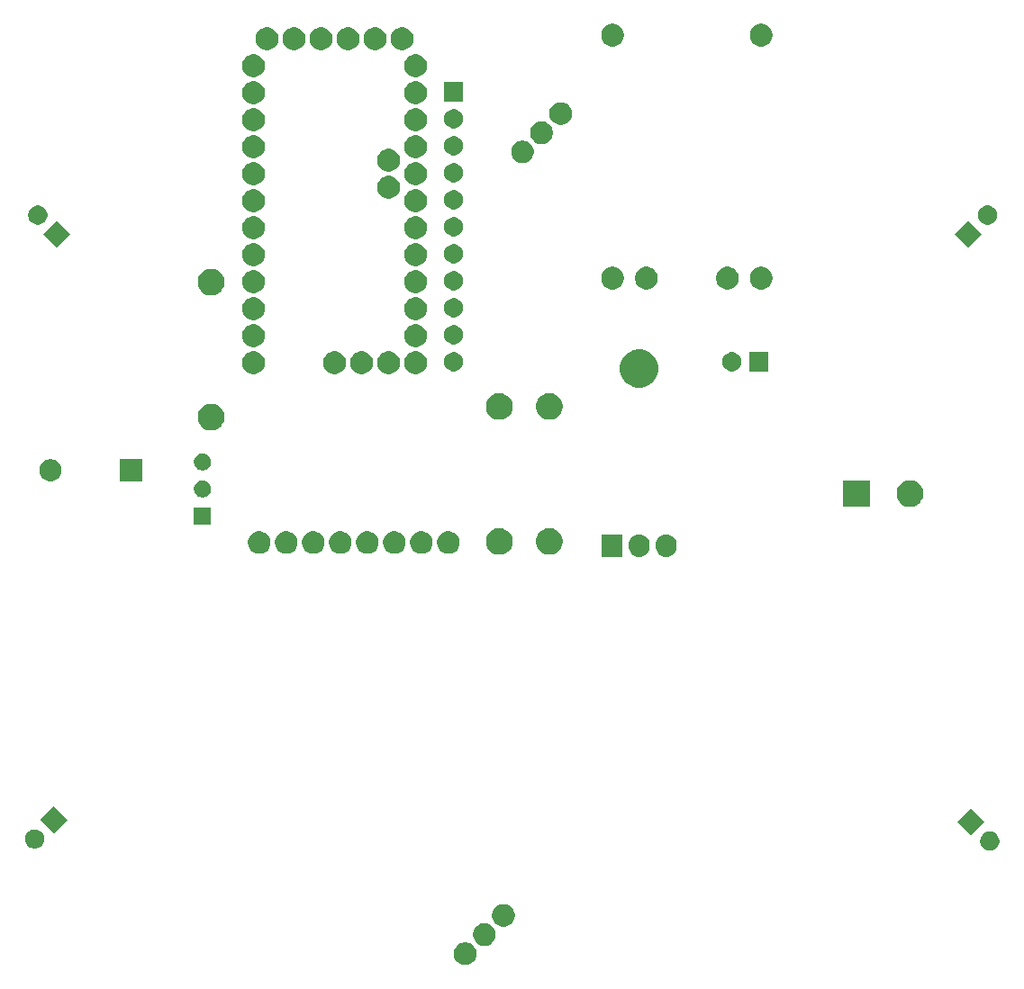
<source format=gbs>
G04 #@! TF.GenerationSoftware,KiCad,Pcbnew,5.1.5-52549c5~84~ubuntu18.04.1*
G04 #@! TF.CreationDate,2020-01-22T11:35:13-05:00*
G04 #@! TF.ProjectId,GeaiRareDit_PCB_Kicad5,47656169-5261-4726-9544-69745f504342,1.0*
G04 #@! TF.SameCoordinates,Original*
G04 #@! TF.FileFunction,Soldermask,Bot*
G04 #@! TF.FilePolarity,Negative*
%FSLAX46Y46*%
G04 Gerber Fmt 4.6, Leading zero omitted, Abs format (unit mm)*
G04 Created by KiCad (PCBNEW 5.1.5-52549c5~84~ubuntu18.04.1) date 2020-01-22 11:35:13*
%MOMM*%
%LPD*%
G04 APERTURE LIST*
%ADD10C,0.100000*%
G04 APERTURE END LIST*
D10*
G36*
X146782578Y-140776565D02*
G01*
X146924385Y-140835304D01*
X146976761Y-140856999D01*
X147151520Y-140973769D01*
X147300140Y-141122389D01*
X147416910Y-141297148D01*
X147416911Y-141297150D01*
X147497344Y-141491331D01*
X147538347Y-141697470D01*
X147538347Y-141907654D01*
X147497344Y-142113793D01*
X147416911Y-142307974D01*
X147416910Y-142307976D01*
X147300140Y-142482735D01*
X147151520Y-142631355D01*
X146976761Y-142748125D01*
X146976760Y-142748126D01*
X146976759Y-142748126D01*
X146782578Y-142828559D01*
X146576439Y-142869562D01*
X146366255Y-142869562D01*
X146160116Y-142828559D01*
X145965935Y-142748126D01*
X145965934Y-142748126D01*
X145965933Y-142748125D01*
X145791174Y-142631355D01*
X145642554Y-142482735D01*
X145525784Y-142307976D01*
X145525783Y-142307974D01*
X145445350Y-142113793D01*
X145404347Y-141907654D01*
X145404347Y-141697470D01*
X145445350Y-141491331D01*
X145525783Y-141297150D01*
X145525784Y-141297148D01*
X145642554Y-141122389D01*
X145791174Y-140973769D01*
X145965933Y-140856999D01*
X146018309Y-140835304D01*
X146160116Y-140776565D01*
X146366255Y-140735562D01*
X146576439Y-140735562D01*
X146782578Y-140776565D01*
G37*
G36*
X148578630Y-138980514D02*
G01*
X148720437Y-139039253D01*
X148772813Y-139060948D01*
X148947572Y-139177718D01*
X149096192Y-139326338D01*
X149212962Y-139501097D01*
X149212963Y-139501099D01*
X149293396Y-139695280D01*
X149334399Y-139901419D01*
X149334399Y-140111603D01*
X149293396Y-140317742D01*
X149212963Y-140511923D01*
X149212962Y-140511925D01*
X149096192Y-140686684D01*
X148947572Y-140835304D01*
X148772813Y-140952074D01*
X148772812Y-140952075D01*
X148772811Y-140952075D01*
X148578630Y-141032508D01*
X148372491Y-141073511D01*
X148162307Y-141073511D01*
X147956168Y-141032508D01*
X147761987Y-140952075D01*
X147761986Y-140952075D01*
X147761985Y-140952074D01*
X147587226Y-140835304D01*
X147438606Y-140686684D01*
X147321836Y-140511925D01*
X147321835Y-140511923D01*
X147241402Y-140317742D01*
X147200399Y-140111603D01*
X147200399Y-139901419D01*
X147241402Y-139695280D01*
X147321835Y-139501099D01*
X147321836Y-139501097D01*
X147438606Y-139326338D01*
X147587226Y-139177718D01*
X147761985Y-139060948D01*
X147814361Y-139039253D01*
X147956168Y-138980514D01*
X148162307Y-138939511D01*
X148372491Y-138939511D01*
X148578630Y-138980514D01*
G37*
G36*
X150374681Y-137184463D02*
G01*
X150568862Y-137264896D01*
X150568864Y-137264897D01*
X150743623Y-137381667D01*
X150892243Y-137530287D01*
X151009013Y-137705046D01*
X151009014Y-137705048D01*
X151089447Y-137899229D01*
X151130450Y-138105368D01*
X151130450Y-138315552D01*
X151089447Y-138521691D01*
X151009014Y-138715872D01*
X151009013Y-138715874D01*
X150892243Y-138890633D01*
X150743623Y-139039253D01*
X150568864Y-139156023D01*
X150568863Y-139156024D01*
X150568862Y-139156024D01*
X150374681Y-139236457D01*
X150168542Y-139277460D01*
X149958358Y-139277460D01*
X149752219Y-139236457D01*
X149558038Y-139156024D01*
X149558037Y-139156024D01*
X149558036Y-139156023D01*
X149383277Y-139039253D01*
X149234657Y-138890633D01*
X149117887Y-138715874D01*
X149117886Y-138715872D01*
X149037453Y-138521691D01*
X148996450Y-138315552D01*
X148996450Y-138105368D01*
X149037453Y-137899229D01*
X149117886Y-137705048D01*
X149117887Y-137705046D01*
X149234657Y-137530287D01*
X149383277Y-137381667D01*
X149558036Y-137264897D01*
X149558038Y-137264896D01*
X149752219Y-137184463D01*
X149958358Y-137143460D01*
X150168542Y-137143460D01*
X150374681Y-137184463D01*
G37*
G36*
X195896012Y-130326927D02*
G01*
X196045312Y-130356624D01*
X196209284Y-130424544D01*
X196356854Y-130523147D01*
X196482353Y-130648646D01*
X196580956Y-130796216D01*
X196648876Y-130960188D01*
X196683500Y-131134259D01*
X196683500Y-131311741D01*
X196648876Y-131485812D01*
X196580956Y-131649784D01*
X196482353Y-131797354D01*
X196356854Y-131922853D01*
X196209284Y-132021456D01*
X196045312Y-132089376D01*
X195896012Y-132119073D01*
X195871242Y-132124000D01*
X195693758Y-132124000D01*
X195668988Y-132119073D01*
X195519688Y-132089376D01*
X195355716Y-132021456D01*
X195208146Y-131922853D01*
X195082647Y-131797354D01*
X194984044Y-131649784D01*
X194916124Y-131485812D01*
X194881500Y-131311741D01*
X194881500Y-131134259D01*
X194916124Y-130960188D01*
X194984044Y-130796216D01*
X195082647Y-130648646D01*
X195208146Y-130523147D01*
X195355716Y-130424544D01*
X195519688Y-130356624D01*
X195668988Y-130326927D01*
X195693758Y-130322000D01*
X195871242Y-130322000D01*
X195896012Y-130326927D01*
G37*
G36*
X106099961Y-130122978D02*
G01*
X106249261Y-130152675D01*
X106413233Y-130220595D01*
X106560803Y-130319198D01*
X106686302Y-130444697D01*
X106784905Y-130592267D01*
X106852825Y-130756239D01*
X106887449Y-130930310D01*
X106887449Y-131107792D01*
X106852825Y-131281863D01*
X106784905Y-131445835D01*
X106686302Y-131593405D01*
X106560803Y-131718904D01*
X106413233Y-131817507D01*
X106249261Y-131885427D01*
X106099961Y-131915124D01*
X106075191Y-131920051D01*
X105897707Y-131920051D01*
X105872937Y-131915124D01*
X105723637Y-131885427D01*
X105559665Y-131817507D01*
X105412095Y-131718904D01*
X105286596Y-131593405D01*
X105187993Y-131445835D01*
X105120073Y-131281863D01*
X105085449Y-131107792D01*
X105085449Y-130930310D01*
X105120073Y-130756239D01*
X105187993Y-130592267D01*
X105286596Y-130444697D01*
X105412095Y-130319198D01*
X105559665Y-130220595D01*
X105723637Y-130152675D01*
X105872937Y-130122978D01*
X105897707Y-130118051D01*
X106075191Y-130118051D01*
X106099961Y-130122978D01*
G37*
G36*
X195260655Y-129426949D02*
G01*
X193986449Y-130701155D01*
X192712243Y-129426949D01*
X193986449Y-128152743D01*
X195260655Y-129426949D01*
G37*
G36*
X109056706Y-129223000D02*
G01*
X107782500Y-130497206D01*
X106508294Y-129223000D01*
X107782500Y-127948794D01*
X109056706Y-129223000D01*
G37*
G36*
X165559219Y-102386520D02*
G01*
X165748380Y-102443901D01*
X165748383Y-102443902D01*
X165840833Y-102493318D01*
X165922712Y-102537083D01*
X166075515Y-102662485D01*
X166200917Y-102815288D01*
X166294099Y-102989619D01*
X166351480Y-103178780D01*
X166366000Y-103326206D01*
X166366000Y-103519793D01*
X166351480Y-103667219D01*
X166310239Y-103803172D01*
X166294098Y-103856383D01*
X166244682Y-103948833D01*
X166200917Y-104030712D01*
X166075515Y-104183515D01*
X165922712Y-104308917D01*
X165748381Y-104402099D01*
X165559220Y-104459480D01*
X165362500Y-104478855D01*
X165165781Y-104459480D01*
X164976620Y-104402099D01*
X164802288Y-104308917D01*
X164649485Y-104183515D01*
X164524083Y-104030712D01*
X164430901Y-103856381D01*
X164373520Y-103667220D01*
X164359000Y-103519794D01*
X164359000Y-103326207D01*
X164373520Y-103178781D01*
X164430901Y-102989620D01*
X164430902Y-102989617D01*
X164480318Y-102897167D01*
X164524083Y-102815288D01*
X164649485Y-102662485D01*
X164802288Y-102537083D01*
X164976619Y-102443901D01*
X165165780Y-102386520D01*
X165362500Y-102367145D01*
X165559219Y-102386520D01*
G37*
G36*
X163019219Y-102386520D02*
G01*
X163208380Y-102443901D01*
X163208383Y-102443902D01*
X163300833Y-102493318D01*
X163382712Y-102537083D01*
X163535515Y-102662485D01*
X163660917Y-102815288D01*
X163754099Y-102989619D01*
X163811480Y-103178780D01*
X163826000Y-103326206D01*
X163826000Y-103519793D01*
X163811480Y-103667219D01*
X163770239Y-103803172D01*
X163754098Y-103856383D01*
X163704682Y-103948833D01*
X163660917Y-104030712D01*
X163535515Y-104183515D01*
X163382712Y-104308917D01*
X163208381Y-104402099D01*
X163019220Y-104459480D01*
X162822500Y-104478855D01*
X162625781Y-104459480D01*
X162436620Y-104402099D01*
X162262288Y-104308917D01*
X162109485Y-104183515D01*
X161984083Y-104030712D01*
X161890901Y-103856381D01*
X161833520Y-103667220D01*
X161819000Y-103519794D01*
X161819000Y-103326207D01*
X161833520Y-103178781D01*
X161890901Y-102989620D01*
X161890902Y-102989617D01*
X161940318Y-102897167D01*
X161984083Y-102815288D01*
X162109485Y-102662485D01*
X162262288Y-102537083D01*
X162436619Y-102443901D01*
X162625780Y-102386520D01*
X162822500Y-102367145D01*
X163019219Y-102386520D01*
G37*
G36*
X161286000Y-104474000D02*
G01*
X159279000Y-104474000D01*
X159279000Y-102372000D01*
X161286000Y-102372000D01*
X161286000Y-104474000D01*
G37*
G36*
X154747403Y-101820075D02*
G01*
X154975071Y-101914378D01*
X155179966Y-102051285D01*
X155354215Y-102225534D01*
X155491122Y-102430429D01*
X155491123Y-102430431D01*
X155585425Y-102658097D01*
X155633500Y-102899786D01*
X155633500Y-103146214D01*
X155585425Y-103387903D01*
X155530795Y-103519793D01*
X155491122Y-103615571D01*
X155354215Y-103820466D01*
X155179966Y-103994715D01*
X154975071Y-104131622D01*
X154975070Y-104131623D01*
X154975069Y-104131623D01*
X154747403Y-104225925D01*
X154505714Y-104274000D01*
X154259286Y-104274000D01*
X154017597Y-104225925D01*
X153789931Y-104131623D01*
X153789930Y-104131623D01*
X153789929Y-104131622D01*
X153585034Y-103994715D01*
X153410785Y-103820466D01*
X153273878Y-103615571D01*
X153234206Y-103519793D01*
X153179575Y-103387903D01*
X153131500Y-103146214D01*
X153131500Y-102899786D01*
X153179575Y-102658097D01*
X153273877Y-102430431D01*
X153273878Y-102430429D01*
X153410785Y-102225534D01*
X153585034Y-102051285D01*
X153789929Y-101914378D01*
X154017597Y-101820075D01*
X154259286Y-101772000D01*
X154505714Y-101772000D01*
X154747403Y-101820075D01*
G37*
G36*
X150047403Y-101820075D02*
G01*
X150275071Y-101914378D01*
X150479966Y-102051285D01*
X150654215Y-102225534D01*
X150791122Y-102430429D01*
X150791123Y-102430431D01*
X150885425Y-102658097D01*
X150933500Y-102899786D01*
X150933500Y-103146214D01*
X150885425Y-103387903D01*
X150830795Y-103519793D01*
X150791122Y-103615571D01*
X150654215Y-103820466D01*
X150479966Y-103994715D01*
X150275071Y-104131622D01*
X150275070Y-104131623D01*
X150275069Y-104131623D01*
X150047403Y-104225925D01*
X149805714Y-104274000D01*
X149559286Y-104274000D01*
X149317597Y-104225925D01*
X149089931Y-104131623D01*
X149089930Y-104131623D01*
X149089929Y-104131622D01*
X148885034Y-103994715D01*
X148710785Y-103820466D01*
X148573878Y-103615571D01*
X148534206Y-103519793D01*
X148479575Y-103387903D01*
X148431500Y-103146214D01*
X148431500Y-102899786D01*
X148479575Y-102658097D01*
X148573877Y-102430431D01*
X148573878Y-102430429D01*
X148710785Y-102225534D01*
X148885034Y-102051285D01*
X149089929Y-101914378D01*
X149317597Y-101820075D01*
X149559286Y-101772000D01*
X149805714Y-101772000D01*
X150047403Y-101820075D01*
G37*
G36*
X137573731Y-102097003D02*
G01*
X137767912Y-102177436D01*
X137767914Y-102177437D01*
X137942673Y-102294207D01*
X138091293Y-102442827D01*
X138208063Y-102617586D01*
X138208064Y-102617588D01*
X138288497Y-102811769D01*
X138329500Y-103017908D01*
X138329500Y-103228092D01*
X138288497Y-103434231D01*
X138253055Y-103519794D01*
X138208063Y-103628414D01*
X138091293Y-103803173D01*
X137942673Y-103951793D01*
X137767914Y-104068563D01*
X137767913Y-104068564D01*
X137767912Y-104068564D01*
X137573731Y-104148997D01*
X137367592Y-104190000D01*
X137157408Y-104190000D01*
X136951269Y-104148997D01*
X136757088Y-104068564D01*
X136757087Y-104068564D01*
X136757086Y-104068563D01*
X136582327Y-103951793D01*
X136433707Y-103803173D01*
X136316937Y-103628414D01*
X136271945Y-103519794D01*
X136236503Y-103434231D01*
X136195500Y-103228092D01*
X136195500Y-103017908D01*
X136236503Y-102811769D01*
X136316936Y-102617588D01*
X136316937Y-102617586D01*
X136433707Y-102442827D01*
X136582327Y-102294207D01*
X136757086Y-102177437D01*
X136757088Y-102177436D01*
X136951269Y-102097003D01*
X137157408Y-102056000D01*
X137367592Y-102056000D01*
X137573731Y-102097003D01*
G37*
G36*
X132493731Y-102097003D02*
G01*
X132687912Y-102177436D01*
X132687914Y-102177437D01*
X132862673Y-102294207D01*
X133011293Y-102442827D01*
X133128063Y-102617586D01*
X133128064Y-102617588D01*
X133208497Y-102811769D01*
X133249500Y-103017908D01*
X133249500Y-103228092D01*
X133208497Y-103434231D01*
X133173055Y-103519794D01*
X133128063Y-103628414D01*
X133011293Y-103803173D01*
X132862673Y-103951793D01*
X132687914Y-104068563D01*
X132687913Y-104068564D01*
X132687912Y-104068564D01*
X132493731Y-104148997D01*
X132287592Y-104190000D01*
X132077408Y-104190000D01*
X131871269Y-104148997D01*
X131677088Y-104068564D01*
X131677087Y-104068564D01*
X131677086Y-104068563D01*
X131502327Y-103951793D01*
X131353707Y-103803173D01*
X131236937Y-103628414D01*
X131191945Y-103519794D01*
X131156503Y-103434231D01*
X131115500Y-103228092D01*
X131115500Y-103017908D01*
X131156503Y-102811769D01*
X131236936Y-102617588D01*
X131236937Y-102617586D01*
X131353707Y-102442827D01*
X131502327Y-102294207D01*
X131677086Y-102177437D01*
X131677088Y-102177436D01*
X131871269Y-102097003D01*
X132077408Y-102056000D01*
X132287592Y-102056000D01*
X132493731Y-102097003D01*
G37*
G36*
X142653731Y-102097003D02*
G01*
X142847912Y-102177436D01*
X142847914Y-102177437D01*
X143022673Y-102294207D01*
X143171293Y-102442827D01*
X143288063Y-102617586D01*
X143288064Y-102617588D01*
X143368497Y-102811769D01*
X143409500Y-103017908D01*
X143409500Y-103228092D01*
X143368497Y-103434231D01*
X143333055Y-103519794D01*
X143288063Y-103628414D01*
X143171293Y-103803173D01*
X143022673Y-103951793D01*
X142847914Y-104068563D01*
X142847913Y-104068564D01*
X142847912Y-104068564D01*
X142653731Y-104148997D01*
X142447592Y-104190000D01*
X142237408Y-104190000D01*
X142031269Y-104148997D01*
X141837088Y-104068564D01*
X141837087Y-104068564D01*
X141837086Y-104068563D01*
X141662327Y-103951793D01*
X141513707Y-103803173D01*
X141396937Y-103628414D01*
X141351945Y-103519794D01*
X141316503Y-103434231D01*
X141275500Y-103228092D01*
X141275500Y-103017908D01*
X141316503Y-102811769D01*
X141396936Y-102617588D01*
X141396937Y-102617586D01*
X141513707Y-102442827D01*
X141662327Y-102294207D01*
X141837086Y-102177437D01*
X141837088Y-102177436D01*
X142031269Y-102097003D01*
X142237408Y-102056000D01*
X142447592Y-102056000D01*
X142653731Y-102097003D01*
G37*
G36*
X145193731Y-102097003D02*
G01*
X145387912Y-102177436D01*
X145387914Y-102177437D01*
X145562673Y-102294207D01*
X145711293Y-102442827D01*
X145828063Y-102617586D01*
X145828064Y-102617588D01*
X145908497Y-102811769D01*
X145949500Y-103017908D01*
X145949500Y-103228092D01*
X145908497Y-103434231D01*
X145873055Y-103519794D01*
X145828063Y-103628414D01*
X145711293Y-103803173D01*
X145562673Y-103951793D01*
X145387914Y-104068563D01*
X145387913Y-104068564D01*
X145387912Y-104068564D01*
X145193731Y-104148997D01*
X144987592Y-104190000D01*
X144777408Y-104190000D01*
X144571269Y-104148997D01*
X144377088Y-104068564D01*
X144377087Y-104068564D01*
X144377086Y-104068563D01*
X144202327Y-103951793D01*
X144053707Y-103803173D01*
X143936937Y-103628414D01*
X143891945Y-103519794D01*
X143856503Y-103434231D01*
X143815500Y-103228092D01*
X143815500Y-103017908D01*
X143856503Y-102811769D01*
X143936936Y-102617588D01*
X143936937Y-102617586D01*
X144053707Y-102442827D01*
X144202327Y-102294207D01*
X144377086Y-102177437D01*
X144377088Y-102177436D01*
X144571269Y-102097003D01*
X144777408Y-102056000D01*
X144987592Y-102056000D01*
X145193731Y-102097003D01*
G37*
G36*
X127413731Y-102097003D02*
G01*
X127607912Y-102177436D01*
X127607914Y-102177437D01*
X127782673Y-102294207D01*
X127931293Y-102442827D01*
X128048063Y-102617586D01*
X128048064Y-102617588D01*
X128128497Y-102811769D01*
X128169500Y-103017908D01*
X128169500Y-103228092D01*
X128128497Y-103434231D01*
X128093055Y-103519794D01*
X128048063Y-103628414D01*
X127931293Y-103803173D01*
X127782673Y-103951793D01*
X127607914Y-104068563D01*
X127607913Y-104068564D01*
X127607912Y-104068564D01*
X127413731Y-104148997D01*
X127207592Y-104190000D01*
X126997408Y-104190000D01*
X126791269Y-104148997D01*
X126597088Y-104068564D01*
X126597087Y-104068564D01*
X126597086Y-104068563D01*
X126422327Y-103951793D01*
X126273707Y-103803173D01*
X126156937Y-103628414D01*
X126111945Y-103519794D01*
X126076503Y-103434231D01*
X126035500Y-103228092D01*
X126035500Y-103017908D01*
X126076503Y-102811769D01*
X126156936Y-102617588D01*
X126156937Y-102617586D01*
X126273707Y-102442827D01*
X126422327Y-102294207D01*
X126597086Y-102177437D01*
X126597088Y-102177436D01*
X126791269Y-102097003D01*
X126997408Y-102056000D01*
X127207592Y-102056000D01*
X127413731Y-102097003D01*
G37*
G36*
X140113731Y-102097003D02*
G01*
X140307912Y-102177436D01*
X140307914Y-102177437D01*
X140482673Y-102294207D01*
X140631293Y-102442827D01*
X140748063Y-102617586D01*
X140748064Y-102617588D01*
X140828497Y-102811769D01*
X140869500Y-103017908D01*
X140869500Y-103228092D01*
X140828497Y-103434231D01*
X140793055Y-103519794D01*
X140748063Y-103628414D01*
X140631293Y-103803173D01*
X140482673Y-103951793D01*
X140307914Y-104068563D01*
X140307913Y-104068564D01*
X140307912Y-104068564D01*
X140113731Y-104148997D01*
X139907592Y-104190000D01*
X139697408Y-104190000D01*
X139491269Y-104148997D01*
X139297088Y-104068564D01*
X139297087Y-104068564D01*
X139297086Y-104068563D01*
X139122327Y-103951793D01*
X138973707Y-103803173D01*
X138856937Y-103628414D01*
X138811945Y-103519794D01*
X138776503Y-103434231D01*
X138735500Y-103228092D01*
X138735500Y-103017908D01*
X138776503Y-102811769D01*
X138856936Y-102617588D01*
X138856937Y-102617586D01*
X138973707Y-102442827D01*
X139122327Y-102294207D01*
X139297086Y-102177437D01*
X139297088Y-102177436D01*
X139491269Y-102097003D01*
X139697408Y-102056000D01*
X139907592Y-102056000D01*
X140113731Y-102097003D01*
G37*
G36*
X129953731Y-102097003D02*
G01*
X130147912Y-102177436D01*
X130147914Y-102177437D01*
X130322673Y-102294207D01*
X130471293Y-102442827D01*
X130588063Y-102617586D01*
X130588064Y-102617588D01*
X130668497Y-102811769D01*
X130709500Y-103017908D01*
X130709500Y-103228092D01*
X130668497Y-103434231D01*
X130633055Y-103519794D01*
X130588063Y-103628414D01*
X130471293Y-103803173D01*
X130322673Y-103951793D01*
X130147914Y-104068563D01*
X130147913Y-104068564D01*
X130147912Y-104068564D01*
X129953731Y-104148997D01*
X129747592Y-104190000D01*
X129537408Y-104190000D01*
X129331269Y-104148997D01*
X129137088Y-104068564D01*
X129137087Y-104068564D01*
X129137086Y-104068563D01*
X128962327Y-103951793D01*
X128813707Y-103803173D01*
X128696937Y-103628414D01*
X128651945Y-103519794D01*
X128616503Y-103434231D01*
X128575500Y-103228092D01*
X128575500Y-103017908D01*
X128616503Y-102811769D01*
X128696936Y-102617588D01*
X128696937Y-102617586D01*
X128813707Y-102442827D01*
X128962327Y-102294207D01*
X129137086Y-102177437D01*
X129137088Y-102177436D01*
X129331269Y-102097003D01*
X129537408Y-102056000D01*
X129747592Y-102056000D01*
X129953731Y-102097003D01*
G37*
G36*
X135033731Y-102097003D02*
G01*
X135227912Y-102177436D01*
X135227914Y-102177437D01*
X135402673Y-102294207D01*
X135551293Y-102442827D01*
X135668063Y-102617586D01*
X135668064Y-102617588D01*
X135748497Y-102811769D01*
X135789500Y-103017908D01*
X135789500Y-103228092D01*
X135748497Y-103434231D01*
X135713055Y-103519794D01*
X135668063Y-103628414D01*
X135551293Y-103803173D01*
X135402673Y-103951793D01*
X135227914Y-104068563D01*
X135227913Y-104068564D01*
X135227912Y-104068564D01*
X135033731Y-104148997D01*
X134827592Y-104190000D01*
X134617408Y-104190000D01*
X134411269Y-104148997D01*
X134217088Y-104068564D01*
X134217087Y-104068564D01*
X134217086Y-104068563D01*
X134042327Y-103951793D01*
X133893707Y-103803173D01*
X133776937Y-103628414D01*
X133731945Y-103519794D01*
X133696503Y-103434231D01*
X133655500Y-103228092D01*
X133655500Y-103017908D01*
X133696503Y-102811769D01*
X133776936Y-102617588D01*
X133776937Y-102617586D01*
X133893707Y-102442827D01*
X134042327Y-102294207D01*
X134217086Y-102177437D01*
X134217088Y-102177436D01*
X134411269Y-102097003D01*
X134617408Y-102056000D01*
X134827592Y-102056000D01*
X135033731Y-102097003D01*
G37*
G36*
X122583500Y-101424000D02*
G01*
X120981500Y-101424000D01*
X120981500Y-99822000D01*
X122583500Y-99822000D01*
X122583500Y-101424000D01*
G37*
G36*
X188647403Y-97320075D02*
G01*
X188680080Y-97333610D01*
X188875071Y-97414378D01*
X189079966Y-97551285D01*
X189254215Y-97725534D01*
X189254216Y-97725536D01*
X189391123Y-97930431D01*
X189485425Y-98158097D01*
X189516962Y-98316642D01*
X189533500Y-98399787D01*
X189533500Y-98646213D01*
X189485425Y-98887903D01*
X189391122Y-99115571D01*
X189254215Y-99320466D01*
X189079966Y-99494715D01*
X188875071Y-99631622D01*
X188875070Y-99631623D01*
X188875069Y-99631623D01*
X188647403Y-99725925D01*
X188405714Y-99774000D01*
X188159286Y-99774000D01*
X187917597Y-99725925D01*
X187689931Y-99631623D01*
X187689930Y-99631623D01*
X187689929Y-99631622D01*
X187485034Y-99494715D01*
X187310785Y-99320466D01*
X187173878Y-99115571D01*
X187079575Y-98887903D01*
X187031500Y-98646213D01*
X187031500Y-98399787D01*
X187048039Y-98316642D01*
X187079575Y-98158097D01*
X187173877Y-97930431D01*
X187310784Y-97725536D01*
X187310785Y-97725534D01*
X187485034Y-97551285D01*
X187689929Y-97414378D01*
X187884921Y-97333610D01*
X187917597Y-97320075D01*
X188159286Y-97272000D01*
X188405714Y-97272000D01*
X188647403Y-97320075D01*
G37*
G36*
X184533500Y-99774000D02*
G01*
X182031500Y-99774000D01*
X182031500Y-97272000D01*
X184533500Y-97272000D01*
X184533500Y-99774000D01*
G37*
G36*
X122016142Y-97312781D02*
G01*
X122161914Y-97373162D01*
X122161916Y-97373163D01*
X122293108Y-97460822D01*
X122404678Y-97572392D01*
X122492337Y-97703584D01*
X122492338Y-97703586D01*
X122552719Y-97849358D01*
X122583500Y-98004107D01*
X122583500Y-98161893D01*
X122552719Y-98316642D01*
X122518279Y-98399786D01*
X122492337Y-98462416D01*
X122404678Y-98593608D01*
X122293108Y-98705178D01*
X122161916Y-98792837D01*
X122161915Y-98792838D01*
X122161914Y-98792838D01*
X122016142Y-98853219D01*
X121861393Y-98884000D01*
X121703607Y-98884000D01*
X121548858Y-98853219D01*
X121403086Y-98792838D01*
X121403085Y-98792838D01*
X121403084Y-98792837D01*
X121271892Y-98705178D01*
X121160322Y-98593608D01*
X121072663Y-98462416D01*
X121046721Y-98399786D01*
X121012281Y-98316642D01*
X120981500Y-98161893D01*
X120981500Y-98004107D01*
X121012281Y-97849358D01*
X121072662Y-97703586D01*
X121072663Y-97703584D01*
X121160322Y-97572392D01*
X121271892Y-97460822D01*
X121403084Y-97373163D01*
X121403086Y-97373162D01*
X121548858Y-97312781D01*
X121703607Y-97282000D01*
X121861393Y-97282000D01*
X122016142Y-97312781D01*
G37*
G36*
X116133500Y-97374000D02*
G01*
X114031500Y-97374000D01*
X114031500Y-95272000D01*
X116133500Y-95272000D01*
X116133500Y-97374000D01*
G37*
G36*
X107789064Y-95312389D02*
G01*
X107980333Y-95391615D01*
X107980335Y-95391616D01*
X108152473Y-95506635D01*
X108298865Y-95653027D01*
X108381463Y-95776643D01*
X108413885Y-95825167D01*
X108493111Y-96016436D01*
X108533500Y-96219484D01*
X108533500Y-96426516D01*
X108493111Y-96629564D01*
X108413885Y-96820833D01*
X108413884Y-96820835D01*
X108298865Y-96992973D01*
X108152473Y-97139365D01*
X107980335Y-97254384D01*
X107980334Y-97254385D01*
X107980333Y-97254385D01*
X107789064Y-97333611D01*
X107586016Y-97374000D01*
X107378984Y-97374000D01*
X107175936Y-97333611D01*
X106984667Y-97254385D01*
X106984666Y-97254385D01*
X106984665Y-97254384D01*
X106812527Y-97139365D01*
X106666135Y-96992973D01*
X106551116Y-96820835D01*
X106551115Y-96820833D01*
X106471889Y-96629564D01*
X106431500Y-96426516D01*
X106431500Y-96219484D01*
X106471889Y-96016436D01*
X106551115Y-95825167D01*
X106583538Y-95776643D01*
X106666135Y-95653027D01*
X106812527Y-95506635D01*
X106984665Y-95391616D01*
X106984667Y-95391615D01*
X107175936Y-95312389D01*
X107378984Y-95272000D01*
X107586016Y-95272000D01*
X107789064Y-95312389D01*
G37*
G36*
X122016142Y-94772781D02*
G01*
X122161914Y-94833162D01*
X122161916Y-94833163D01*
X122293108Y-94920822D01*
X122404678Y-95032392D01*
X122492337Y-95163584D01*
X122492338Y-95163586D01*
X122552719Y-95309358D01*
X122583500Y-95464107D01*
X122583500Y-95621893D01*
X122552719Y-95776642D01*
X122532620Y-95825165D01*
X122492337Y-95922416D01*
X122404678Y-96053608D01*
X122293108Y-96165178D01*
X122161916Y-96252837D01*
X122161915Y-96252838D01*
X122161914Y-96252838D01*
X122016142Y-96313219D01*
X121861393Y-96344000D01*
X121703607Y-96344000D01*
X121548858Y-96313219D01*
X121403086Y-96252838D01*
X121403085Y-96252838D01*
X121403084Y-96252837D01*
X121271892Y-96165178D01*
X121160322Y-96053608D01*
X121072663Y-95922416D01*
X121032380Y-95825165D01*
X121012281Y-95776642D01*
X120981500Y-95621893D01*
X120981500Y-95464107D01*
X121012281Y-95309358D01*
X121072662Y-95163586D01*
X121072663Y-95163584D01*
X121160322Y-95032392D01*
X121271892Y-94920822D01*
X121403084Y-94833163D01*
X121403086Y-94833162D01*
X121548858Y-94772781D01*
X121703607Y-94742000D01*
X121861393Y-94742000D01*
X122016142Y-94772781D01*
G37*
G36*
X122947403Y-90120075D02*
G01*
X123175071Y-90214378D01*
X123379966Y-90351285D01*
X123554215Y-90525534D01*
X123691122Y-90730429D01*
X123785425Y-90958097D01*
X123833500Y-91199787D01*
X123833500Y-91446213D01*
X123785425Y-91687903D01*
X123691122Y-91915571D01*
X123554215Y-92120466D01*
X123379966Y-92294715D01*
X123175071Y-92431622D01*
X123175070Y-92431623D01*
X123175069Y-92431623D01*
X122947403Y-92525925D01*
X122705714Y-92574000D01*
X122459286Y-92574000D01*
X122217597Y-92525925D01*
X121989931Y-92431623D01*
X121989930Y-92431623D01*
X121989929Y-92431622D01*
X121785034Y-92294715D01*
X121610785Y-92120466D01*
X121473878Y-91915571D01*
X121379575Y-91687903D01*
X121331500Y-91446213D01*
X121331500Y-91199787D01*
X121379575Y-90958097D01*
X121473878Y-90730429D01*
X121610785Y-90525534D01*
X121785034Y-90351285D01*
X121989929Y-90214378D01*
X122217597Y-90120075D01*
X122459286Y-90072000D01*
X122705714Y-90072000D01*
X122947403Y-90120075D01*
G37*
G36*
X150047403Y-89120075D02*
G01*
X150275071Y-89214378D01*
X150479966Y-89351285D01*
X150654215Y-89525534D01*
X150791122Y-89730429D01*
X150885425Y-89958097D01*
X150933500Y-90199787D01*
X150933500Y-90446213D01*
X150885425Y-90687903D01*
X150791122Y-90915571D01*
X150654215Y-91120466D01*
X150479966Y-91294715D01*
X150275071Y-91431622D01*
X150275070Y-91431623D01*
X150275069Y-91431623D01*
X150047403Y-91525925D01*
X149805714Y-91574000D01*
X149559286Y-91574000D01*
X149317597Y-91525925D01*
X149089931Y-91431623D01*
X149089930Y-91431623D01*
X149089929Y-91431622D01*
X148885034Y-91294715D01*
X148710785Y-91120466D01*
X148573878Y-90915571D01*
X148479575Y-90687903D01*
X148431500Y-90446213D01*
X148431500Y-90199787D01*
X148479575Y-89958097D01*
X148573878Y-89730429D01*
X148710785Y-89525534D01*
X148885034Y-89351285D01*
X149089929Y-89214378D01*
X149317597Y-89120075D01*
X149559286Y-89072000D01*
X149805714Y-89072000D01*
X150047403Y-89120075D01*
G37*
G36*
X154747403Y-89120075D02*
G01*
X154975071Y-89214378D01*
X155179966Y-89351285D01*
X155354215Y-89525534D01*
X155491122Y-89730429D01*
X155585425Y-89958097D01*
X155633500Y-90199787D01*
X155633500Y-90446213D01*
X155585425Y-90687903D01*
X155491122Y-90915571D01*
X155354215Y-91120466D01*
X155179966Y-91294715D01*
X154975071Y-91431622D01*
X154975070Y-91431623D01*
X154975069Y-91431623D01*
X154747403Y-91525925D01*
X154505714Y-91574000D01*
X154259286Y-91574000D01*
X154017597Y-91525925D01*
X153789931Y-91431623D01*
X153789930Y-91431623D01*
X153789929Y-91431622D01*
X153585034Y-91294715D01*
X153410785Y-91120466D01*
X153273878Y-90915571D01*
X153179575Y-90687903D01*
X153131500Y-90446213D01*
X153131500Y-90199787D01*
X153179575Y-89958097D01*
X153273878Y-89730429D01*
X153410785Y-89525534D01*
X153585034Y-89351285D01*
X153789929Y-89214378D01*
X154017597Y-89120075D01*
X154259286Y-89072000D01*
X154505714Y-89072000D01*
X154747403Y-89120075D01*
G37*
G36*
X163347831Y-85031211D02*
G01*
X163675592Y-85166974D01*
X163970570Y-85364072D01*
X164221428Y-85614930D01*
X164418526Y-85909908D01*
X164554289Y-86237669D01*
X164623500Y-86585616D01*
X164623500Y-86940384D01*
X164554289Y-87288331D01*
X164418526Y-87616092D01*
X164221428Y-87911070D01*
X163970570Y-88161928D01*
X163675592Y-88359026D01*
X163347831Y-88494789D01*
X162999884Y-88564000D01*
X162645116Y-88564000D01*
X162297169Y-88494789D01*
X161969408Y-88359026D01*
X161674430Y-88161928D01*
X161423572Y-87911070D01*
X161226474Y-87616092D01*
X161090711Y-87288331D01*
X161021500Y-86940384D01*
X161021500Y-86585616D01*
X161090711Y-86237669D01*
X161226474Y-85909908D01*
X161423572Y-85614930D01*
X161674430Y-85364072D01*
X161969408Y-85166974D01*
X162297169Y-85031211D01*
X162645116Y-84962000D01*
X162999884Y-84962000D01*
X163347831Y-85031211D01*
G37*
G36*
X142123731Y-85177003D02*
G01*
X142315954Y-85256625D01*
X142317914Y-85257437D01*
X142492673Y-85374207D01*
X142641293Y-85522827D01*
X142757149Y-85696218D01*
X142758064Y-85697588D01*
X142838497Y-85891769D01*
X142879500Y-86097908D01*
X142879500Y-86308092D01*
X142838497Y-86514231D01*
X142762645Y-86697353D01*
X142758063Y-86708414D01*
X142641293Y-86883173D01*
X142492673Y-87031793D01*
X142317914Y-87148563D01*
X142317913Y-87148564D01*
X142317912Y-87148564D01*
X142123731Y-87228997D01*
X141917592Y-87270000D01*
X141707408Y-87270000D01*
X141501269Y-87228997D01*
X141307088Y-87148564D01*
X141307087Y-87148564D01*
X141307086Y-87148563D01*
X141132327Y-87031793D01*
X140983707Y-86883173D01*
X140866937Y-86708414D01*
X140862355Y-86697353D01*
X140786503Y-86514231D01*
X140745500Y-86308092D01*
X140745500Y-86097908D01*
X140786503Y-85891769D01*
X140866936Y-85697588D01*
X140867851Y-85696218D01*
X140983707Y-85522827D01*
X141132327Y-85374207D01*
X141307086Y-85257437D01*
X141309046Y-85256625D01*
X141501269Y-85177003D01*
X141707408Y-85136000D01*
X141917592Y-85136000D01*
X142123731Y-85177003D01*
G37*
G36*
X134503731Y-85177003D02*
G01*
X134695954Y-85256625D01*
X134697914Y-85257437D01*
X134872673Y-85374207D01*
X135021293Y-85522827D01*
X135137149Y-85696218D01*
X135138064Y-85697588D01*
X135218497Y-85891769D01*
X135259500Y-86097908D01*
X135259500Y-86308092D01*
X135218497Y-86514231D01*
X135142645Y-86697353D01*
X135138063Y-86708414D01*
X135021293Y-86883173D01*
X134872673Y-87031793D01*
X134697914Y-87148563D01*
X134697913Y-87148564D01*
X134697912Y-87148564D01*
X134503731Y-87228997D01*
X134297592Y-87270000D01*
X134087408Y-87270000D01*
X133881269Y-87228997D01*
X133687088Y-87148564D01*
X133687087Y-87148564D01*
X133687086Y-87148563D01*
X133512327Y-87031793D01*
X133363707Y-86883173D01*
X133246937Y-86708414D01*
X133242355Y-86697353D01*
X133166503Y-86514231D01*
X133125500Y-86308092D01*
X133125500Y-86097908D01*
X133166503Y-85891769D01*
X133246936Y-85697588D01*
X133247851Y-85696218D01*
X133363707Y-85522827D01*
X133512327Y-85374207D01*
X133687086Y-85257437D01*
X133689046Y-85256625D01*
X133881269Y-85177003D01*
X134087408Y-85136000D01*
X134297592Y-85136000D01*
X134503731Y-85177003D01*
G37*
G36*
X126883731Y-85177003D02*
G01*
X127075954Y-85256625D01*
X127077914Y-85257437D01*
X127252673Y-85374207D01*
X127401293Y-85522827D01*
X127517149Y-85696218D01*
X127518064Y-85697588D01*
X127598497Y-85891769D01*
X127639500Y-86097908D01*
X127639500Y-86308092D01*
X127598497Y-86514231D01*
X127522645Y-86697353D01*
X127518063Y-86708414D01*
X127401293Y-86883173D01*
X127252673Y-87031793D01*
X127077914Y-87148563D01*
X127077913Y-87148564D01*
X127077912Y-87148564D01*
X126883731Y-87228997D01*
X126677592Y-87270000D01*
X126467408Y-87270000D01*
X126261269Y-87228997D01*
X126067088Y-87148564D01*
X126067087Y-87148564D01*
X126067086Y-87148563D01*
X125892327Y-87031793D01*
X125743707Y-86883173D01*
X125626937Y-86708414D01*
X125622355Y-86697353D01*
X125546503Y-86514231D01*
X125505500Y-86308092D01*
X125505500Y-86097908D01*
X125546503Y-85891769D01*
X125626936Y-85697588D01*
X125627851Y-85696218D01*
X125743707Y-85522827D01*
X125892327Y-85374207D01*
X126067086Y-85257437D01*
X126069046Y-85256625D01*
X126261269Y-85177003D01*
X126467408Y-85136000D01*
X126677592Y-85136000D01*
X126883731Y-85177003D01*
G37*
G36*
X137043731Y-85177003D02*
G01*
X137235954Y-85256625D01*
X137237914Y-85257437D01*
X137412673Y-85374207D01*
X137561293Y-85522827D01*
X137677149Y-85696218D01*
X137678064Y-85697588D01*
X137758497Y-85891769D01*
X137799500Y-86097908D01*
X137799500Y-86308092D01*
X137758497Y-86514231D01*
X137682645Y-86697353D01*
X137678063Y-86708414D01*
X137561293Y-86883173D01*
X137412673Y-87031793D01*
X137237914Y-87148563D01*
X137237913Y-87148564D01*
X137237912Y-87148564D01*
X137043731Y-87228997D01*
X136837592Y-87270000D01*
X136627408Y-87270000D01*
X136421269Y-87228997D01*
X136227088Y-87148564D01*
X136227087Y-87148564D01*
X136227086Y-87148563D01*
X136052327Y-87031793D01*
X135903707Y-86883173D01*
X135786937Y-86708414D01*
X135782355Y-86697353D01*
X135706503Y-86514231D01*
X135665500Y-86308092D01*
X135665500Y-86097908D01*
X135706503Y-85891769D01*
X135786936Y-85697588D01*
X135787851Y-85696218D01*
X135903707Y-85522827D01*
X136052327Y-85374207D01*
X136227086Y-85257437D01*
X136229046Y-85256625D01*
X136421269Y-85177003D01*
X136627408Y-85136000D01*
X136837592Y-85136000D01*
X137043731Y-85177003D01*
G37*
G36*
X139583731Y-85177003D02*
G01*
X139775954Y-85256625D01*
X139777914Y-85257437D01*
X139952673Y-85374207D01*
X140101293Y-85522827D01*
X140217149Y-85696218D01*
X140218064Y-85697588D01*
X140298497Y-85891769D01*
X140339500Y-86097908D01*
X140339500Y-86308092D01*
X140298497Y-86514231D01*
X140222645Y-86697353D01*
X140218063Y-86708414D01*
X140101293Y-86883173D01*
X139952673Y-87031793D01*
X139777914Y-87148563D01*
X139777913Y-87148564D01*
X139777912Y-87148564D01*
X139583731Y-87228997D01*
X139377592Y-87270000D01*
X139167408Y-87270000D01*
X138961269Y-87228997D01*
X138767088Y-87148564D01*
X138767087Y-87148564D01*
X138767086Y-87148563D01*
X138592327Y-87031793D01*
X138443707Y-86883173D01*
X138326937Y-86708414D01*
X138322355Y-86697353D01*
X138246503Y-86514231D01*
X138205500Y-86308092D01*
X138205500Y-86097908D01*
X138246503Y-85891769D01*
X138326936Y-85697588D01*
X138327851Y-85696218D01*
X138443707Y-85522827D01*
X138592327Y-85374207D01*
X138767086Y-85257437D01*
X138769046Y-85256625D01*
X138961269Y-85177003D01*
X139167408Y-85136000D01*
X139377592Y-85136000D01*
X139583731Y-85177003D01*
G37*
G36*
X174983500Y-87024000D02*
G01*
X173181500Y-87024000D01*
X173181500Y-85222000D01*
X174983500Y-85222000D01*
X174983500Y-87024000D01*
G37*
G36*
X145496012Y-85226927D02*
G01*
X145645312Y-85256624D01*
X145809284Y-85324544D01*
X145956854Y-85423147D01*
X146082353Y-85548646D01*
X146180956Y-85696216D01*
X146248876Y-85860188D01*
X146283500Y-86034259D01*
X146283500Y-86211741D01*
X146248876Y-86385812D01*
X146180956Y-86549784D01*
X146082353Y-86697354D01*
X145956854Y-86822853D01*
X145809284Y-86921456D01*
X145645312Y-86989376D01*
X145496012Y-87019073D01*
X145471242Y-87024000D01*
X145293758Y-87024000D01*
X145268988Y-87019073D01*
X145119688Y-86989376D01*
X144955716Y-86921456D01*
X144808146Y-86822853D01*
X144682647Y-86697354D01*
X144584044Y-86549784D01*
X144516124Y-86385812D01*
X144481500Y-86211741D01*
X144481500Y-86034259D01*
X144516124Y-85860188D01*
X144584044Y-85696216D01*
X144682647Y-85548646D01*
X144808146Y-85423147D01*
X144955716Y-85324544D01*
X145119688Y-85256624D01*
X145268988Y-85226927D01*
X145293758Y-85222000D01*
X145471242Y-85222000D01*
X145496012Y-85226927D01*
G37*
G36*
X171656012Y-85226927D02*
G01*
X171805312Y-85256624D01*
X171969284Y-85324544D01*
X172116854Y-85423147D01*
X172242353Y-85548646D01*
X172340956Y-85696216D01*
X172408876Y-85860188D01*
X172443500Y-86034259D01*
X172443500Y-86211741D01*
X172408876Y-86385812D01*
X172340956Y-86549784D01*
X172242353Y-86697354D01*
X172116854Y-86822853D01*
X171969284Y-86921456D01*
X171805312Y-86989376D01*
X171656012Y-87019073D01*
X171631242Y-87024000D01*
X171453758Y-87024000D01*
X171428988Y-87019073D01*
X171279688Y-86989376D01*
X171115716Y-86921456D01*
X170968146Y-86822853D01*
X170842647Y-86697354D01*
X170744044Y-86549784D01*
X170676124Y-86385812D01*
X170641500Y-86211741D01*
X170641500Y-86034259D01*
X170676124Y-85860188D01*
X170744044Y-85696216D01*
X170842647Y-85548646D01*
X170968146Y-85423147D01*
X171115716Y-85324544D01*
X171279688Y-85256624D01*
X171428988Y-85226927D01*
X171453758Y-85222000D01*
X171631242Y-85222000D01*
X171656012Y-85226927D01*
G37*
G36*
X126883731Y-82637003D02*
G01*
X127075954Y-82716625D01*
X127077914Y-82717437D01*
X127252673Y-82834207D01*
X127401293Y-82982827D01*
X127517149Y-83156218D01*
X127518064Y-83157588D01*
X127598497Y-83351769D01*
X127639500Y-83557908D01*
X127639500Y-83768092D01*
X127598497Y-83974231D01*
X127583771Y-84009782D01*
X127518063Y-84168414D01*
X127401293Y-84343173D01*
X127252673Y-84491793D01*
X127077914Y-84608563D01*
X127077913Y-84608564D01*
X127077912Y-84608564D01*
X126883731Y-84688997D01*
X126677592Y-84730000D01*
X126467408Y-84730000D01*
X126261269Y-84688997D01*
X126067088Y-84608564D01*
X126067087Y-84608564D01*
X126067086Y-84608563D01*
X125892327Y-84491793D01*
X125743707Y-84343173D01*
X125626937Y-84168414D01*
X125561229Y-84009782D01*
X125546503Y-83974231D01*
X125505500Y-83768092D01*
X125505500Y-83557908D01*
X125546503Y-83351769D01*
X125626936Y-83157588D01*
X125627851Y-83156218D01*
X125743707Y-82982827D01*
X125892327Y-82834207D01*
X126067086Y-82717437D01*
X126069046Y-82716625D01*
X126261269Y-82637003D01*
X126467408Y-82596000D01*
X126677592Y-82596000D01*
X126883731Y-82637003D01*
G37*
G36*
X142123731Y-82637003D02*
G01*
X142315954Y-82716625D01*
X142317914Y-82717437D01*
X142492673Y-82834207D01*
X142641293Y-82982827D01*
X142757149Y-83156218D01*
X142758064Y-83157588D01*
X142838497Y-83351769D01*
X142879500Y-83557908D01*
X142879500Y-83768092D01*
X142838497Y-83974231D01*
X142823771Y-84009782D01*
X142758063Y-84168414D01*
X142641293Y-84343173D01*
X142492673Y-84491793D01*
X142317914Y-84608563D01*
X142317913Y-84608564D01*
X142317912Y-84608564D01*
X142123731Y-84688997D01*
X141917592Y-84730000D01*
X141707408Y-84730000D01*
X141501269Y-84688997D01*
X141307088Y-84608564D01*
X141307087Y-84608564D01*
X141307086Y-84608563D01*
X141132327Y-84491793D01*
X140983707Y-84343173D01*
X140866937Y-84168414D01*
X140801229Y-84009782D01*
X140786503Y-83974231D01*
X140745500Y-83768092D01*
X140745500Y-83557908D01*
X140786503Y-83351769D01*
X140866936Y-83157588D01*
X140867851Y-83156218D01*
X140983707Y-82982827D01*
X141132327Y-82834207D01*
X141307086Y-82717437D01*
X141309046Y-82716625D01*
X141501269Y-82637003D01*
X141707408Y-82596000D01*
X141917592Y-82596000D01*
X142123731Y-82637003D01*
G37*
G36*
X145496012Y-82686927D02*
G01*
X145645312Y-82716624D01*
X145809284Y-82784544D01*
X145956854Y-82883147D01*
X146082353Y-83008646D01*
X146180956Y-83156216D01*
X146248876Y-83320188D01*
X146283500Y-83494259D01*
X146283500Y-83671741D01*
X146248876Y-83845812D01*
X146180956Y-84009784D01*
X146082353Y-84157354D01*
X145956854Y-84282853D01*
X145809284Y-84381456D01*
X145645312Y-84449376D01*
X145496012Y-84479073D01*
X145471242Y-84484000D01*
X145293758Y-84484000D01*
X145268988Y-84479073D01*
X145119688Y-84449376D01*
X144955716Y-84381456D01*
X144808146Y-84282853D01*
X144682647Y-84157354D01*
X144584044Y-84009784D01*
X144516124Y-83845812D01*
X144481500Y-83671741D01*
X144481500Y-83494259D01*
X144516124Y-83320188D01*
X144584044Y-83156216D01*
X144682647Y-83008646D01*
X144808146Y-82883147D01*
X144955716Y-82784544D01*
X145119688Y-82716624D01*
X145268988Y-82686927D01*
X145293758Y-82682000D01*
X145471242Y-82682000D01*
X145496012Y-82686927D01*
G37*
G36*
X142123731Y-80097003D02*
G01*
X142315954Y-80176625D01*
X142317914Y-80177437D01*
X142492673Y-80294207D01*
X142641293Y-80442827D01*
X142757149Y-80616218D01*
X142758064Y-80617588D01*
X142838497Y-80811769D01*
X142879500Y-81017908D01*
X142879500Y-81228092D01*
X142838497Y-81434231D01*
X142823771Y-81469782D01*
X142758063Y-81628414D01*
X142641293Y-81803173D01*
X142492673Y-81951793D01*
X142317914Y-82068563D01*
X142317913Y-82068564D01*
X142317912Y-82068564D01*
X142123731Y-82148997D01*
X141917592Y-82190000D01*
X141707408Y-82190000D01*
X141501269Y-82148997D01*
X141307088Y-82068564D01*
X141307087Y-82068564D01*
X141307086Y-82068563D01*
X141132327Y-81951793D01*
X140983707Y-81803173D01*
X140866937Y-81628414D01*
X140801229Y-81469782D01*
X140786503Y-81434231D01*
X140745500Y-81228092D01*
X140745500Y-81017908D01*
X140786503Y-80811769D01*
X140866936Y-80617588D01*
X140867851Y-80616218D01*
X140983707Y-80442827D01*
X141132327Y-80294207D01*
X141307086Y-80177437D01*
X141309046Y-80176625D01*
X141501269Y-80097003D01*
X141707408Y-80056000D01*
X141917592Y-80056000D01*
X142123731Y-80097003D01*
G37*
G36*
X126883731Y-80097003D02*
G01*
X127075954Y-80176625D01*
X127077914Y-80177437D01*
X127252673Y-80294207D01*
X127401293Y-80442827D01*
X127517149Y-80616218D01*
X127518064Y-80617588D01*
X127598497Y-80811769D01*
X127639500Y-81017908D01*
X127639500Y-81228092D01*
X127598497Y-81434231D01*
X127583771Y-81469782D01*
X127518063Y-81628414D01*
X127401293Y-81803173D01*
X127252673Y-81951793D01*
X127077914Y-82068563D01*
X127077913Y-82068564D01*
X127077912Y-82068564D01*
X126883731Y-82148997D01*
X126677592Y-82190000D01*
X126467408Y-82190000D01*
X126261269Y-82148997D01*
X126067088Y-82068564D01*
X126067087Y-82068564D01*
X126067086Y-82068563D01*
X125892327Y-81951793D01*
X125743707Y-81803173D01*
X125626937Y-81628414D01*
X125561229Y-81469782D01*
X125546503Y-81434231D01*
X125505500Y-81228092D01*
X125505500Y-81017908D01*
X125546503Y-80811769D01*
X125626936Y-80617588D01*
X125627851Y-80616218D01*
X125743707Y-80442827D01*
X125892327Y-80294207D01*
X126067086Y-80177437D01*
X126069046Y-80176625D01*
X126261269Y-80097003D01*
X126467408Y-80056000D01*
X126677592Y-80056000D01*
X126883731Y-80097003D01*
G37*
G36*
X145496012Y-80146927D02*
G01*
X145645312Y-80176624D01*
X145809284Y-80244544D01*
X145956854Y-80343147D01*
X146082353Y-80468646D01*
X146180956Y-80616216D01*
X146248876Y-80780188D01*
X146283500Y-80954259D01*
X146283500Y-81131741D01*
X146248876Y-81305812D01*
X146180956Y-81469784D01*
X146082353Y-81617354D01*
X145956854Y-81742853D01*
X145809284Y-81841456D01*
X145645312Y-81909376D01*
X145496012Y-81939073D01*
X145471242Y-81944000D01*
X145293758Y-81944000D01*
X145268988Y-81939073D01*
X145119688Y-81909376D01*
X144955716Y-81841456D01*
X144808146Y-81742853D01*
X144682647Y-81617354D01*
X144584044Y-81469784D01*
X144516124Y-81305812D01*
X144481500Y-81131741D01*
X144481500Y-80954259D01*
X144516124Y-80780188D01*
X144584044Y-80616216D01*
X144682647Y-80468646D01*
X144808146Y-80343147D01*
X144955716Y-80244544D01*
X145119688Y-80176624D01*
X145268988Y-80146927D01*
X145293758Y-80142000D01*
X145471242Y-80142000D01*
X145496012Y-80146927D01*
G37*
G36*
X122947403Y-77420075D02*
G01*
X123175071Y-77514378D01*
X123379966Y-77651285D01*
X123554215Y-77825534D01*
X123625199Y-77931769D01*
X123691123Y-78030431D01*
X123785425Y-78258097D01*
X123833500Y-78499786D01*
X123833500Y-78746214D01*
X123785425Y-78987903D01*
X123696391Y-79202852D01*
X123691122Y-79215571D01*
X123554215Y-79420466D01*
X123379966Y-79594715D01*
X123175071Y-79731622D01*
X123175070Y-79731623D01*
X123175069Y-79731623D01*
X122947403Y-79825925D01*
X122705714Y-79874000D01*
X122459286Y-79874000D01*
X122217597Y-79825925D01*
X121989931Y-79731623D01*
X121989930Y-79731623D01*
X121989929Y-79731622D01*
X121785034Y-79594715D01*
X121610785Y-79420466D01*
X121473878Y-79215571D01*
X121468610Y-79202852D01*
X121379575Y-78987903D01*
X121331500Y-78746214D01*
X121331500Y-78499786D01*
X121379575Y-78258097D01*
X121473877Y-78030431D01*
X121539801Y-77931769D01*
X121610785Y-77825534D01*
X121785034Y-77651285D01*
X121989929Y-77514378D01*
X122217597Y-77420075D01*
X122459286Y-77372000D01*
X122705714Y-77372000D01*
X122947403Y-77420075D01*
G37*
G36*
X142123731Y-77557003D02*
G01*
X142315954Y-77636625D01*
X142317914Y-77637437D01*
X142492673Y-77754207D01*
X142641293Y-77902827D01*
X142757149Y-78076218D01*
X142758064Y-78077588D01*
X142838497Y-78271769D01*
X142879500Y-78477908D01*
X142879500Y-78688092D01*
X142838497Y-78894231D01*
X142823771Y-78929782D01*
X142758063Y-79088414D01*
X142641293Y-79263173D01*
X142492673Y-79411793D01*
X142317914Y-79528563D01*
X142317913Y-79528564D01*
X142317912Y-79528564D01*
X142123731Y-79608997D01*
X141917592Y-79650000D01*
X141707408Y-79650000D01*
X141501269Y-79608997D01*
X141307088Y-79528564D01*
X141307087Y-79528564D01*
X141307086Y-79528563D01*
X141132327Y-79411793D01*
X140983707Y-79263173D01*
X140866937Y-79088414D01*
X140801229Y-78929782D01*
X140786503Y-78894231D01*
X140745500Y-78688092D01*
X140745500Y-78477908D01*
X140786503Y-78271769D01*
X140866936Y-78077588D01*
X140867851Y-78076218D01*
X140983707Y-77902827D01*
X141132327Y-77754207D01*
X141307086Y-77637437D01*
X141309046Y-77636625D01*
X141501269Y-77557003D01*
X141707408Y-77516000D01*
X141917592Y-77516000D01*
X142123731Y-77557003D01*
G37*
G36*
X126883731Y-77557003D02*
G01*
X127075954Y-77636625D01*
X127077914Y-77637437D01*
X127252673Y-77754207D01*
X127401293Y-77902827D01*
X127517149Y-78076218D01*
X127518064Y-78077588D01*
X127598497Y-78271769D01*
X127639500Y-78477908D01*
X127639500Y-78688092D01*
X127598497Y-78894231D01*
X127583771Y-78929782D01*
X127518063Y-79088414D01*
X127401293Y-79263173D01*
X127252673Y-79411793D01*
X127077914Y-79528563D01*
X127077913Y-79528564D01*
X127077912Y-79528564D01*
X126883731Y-79608997D01*
X126677592Y-79650000D01*
X126467408Y-79650000D01*
X126261269Y-79608997D01*
X126067088Y-79528564D01*
X126067087Y-79528564D01*
X126067086Y-79528563D01*
X125892327Y-79411793D01*
X125743707Y-79263173D01*
X125626937Y-79088414D01*
X125561229Y-78929782D01*
X125546503Y-78894231D01*
X125505500Y-78688092D01*
X125505500Y-78477908D01*
X125546503Y-78271769D01*
X125626936Y-78077588D01*
X125627851Y-78076218D01*
X125743707Y-77902827D01*
X125892327Y-77754207D01*
X126067086Y-77637437D01*
X126069046Y-77636625D01*
X126261269Y-77557003D01*
X126467408Y-77516000D01*
X126677592Y-77516000D01*
X126883731Y-77557003D01*
G37*
G36*
X145496012Y-77606927D02*
G01*
X145645312Y-77636624D01*
X145809284Y-77704544D01*
X145956854Y-77803147D01*
X146082353Y-77928646D01*
X146180956Y-78076216D01*
X146248876Y-78240188D01*
X146283500Y-78414259D01*
X146283500Y-78591741D01*
X146248876Y-78765812D01*
X146180956Y-78929784D01*
X146082353Y-79077354D01*
X145956854Y-79202853D01*
X145809284Y-79301456D01*
X145645312Y-79369376D01*
X145496012Y-79399073D01*
X145471242Y-79404000D01*
X145293758Y-79404000D01*
X145268988Y-79399073D01*
X145119688Y-79369376D01*
X144955716Y-79301456D01*
X144808146Y-79202853D01*
X144682647Y-79077354D01*
X144584044Y-78929784D01*
X144516124Y-78765812D01*
X144481500Y-78591741D01*
X144481500Y-78414259D01*
X144516124Y-78240188D01*
X144584044Y-78076216D01*
X144682647Y-77928646D01*
X144808146Y-77803147D01*
X144955716Y-77704544D01*
X145119688Y-77636624D01*
X145268988Y-77606927D01*
X145293758Y-77602000D01*
X145471242Y-77602000D01*
X145496012Y-77606927D01*
G37*
G36*
X174608731Y-77217003D02*
G01*
X174802912Y-77297436D01*
X174802914Y-77297437D01*
X174977673Y-77414207D01*
X175126293Y-77562827D01*
X175220985Y-77704544D01*
X175243064Y-77737588D01*
X175323497Y-77931769D01*
X175364500Y-78137908D01*
X175364500Y-78348092D01*
X175323497Y-78554231D01*
X175243975Y-78746213D01*
X175243063Y-78748414D01*
X175126293Y-78923173D01*
X174977673Y-79071793D01*
X174802914Y-79188563D01*
X174802913Y-79188564D01*
X174802912Y-79188564D01*
X174608731Y-79268997D01*
X174402592Y-79310000D01*
X174192408Y-79310000D01*
X173986269Y-79268997D01*
X173792088Y-79188564D01*
X173792087Y-79188564D01*
X173792086Y-79188563D01*
X173617327Y-79071793D01*
X173468707Y-78923173D01*
X173351937Y-78748414D01*
X173351025Y-78746213D01*
X173271503Y-78554231D01*
X173230500Y-78348092D01*
X173230500Y-78137908D01*
X173271503Y-77931769D01*
X173351936Y-77737588D01*
X173374015Y-77704544D01*
X173468707Y-77562827D01*
X173617327Y-77414207D01*
X173792086Y-77297437D01*
X173792088Y-77297436D01*
X173986269Y-77217003D01*
X174192408Y-77176000D01*
X174402592Y-77176000D01*
X174608731Y-77217003D01*
G37*
G36*
X171433731Y-77217003D02*
G01*
X171627912Y-77297436D01*
X171627914Y-77297437D01*
X171802673Y-77414207D01*
X171951293Y-77562827D01*
X172045985Y-77704544D01*
X172068064Y-77737588D01*
X172148497Y-77931769D01*
X172189500Y-78137908D01*
X172189500Y-78348092D01*
X172148497Y-78554231D01*
X172068975Y-78746213D01*
X172068063Y-78748414D01*
X171951293Y-78923173D01*
X171802673Y-79071793D01*
X171627914Y-79188563D01*
X171627913Y-79188564D01*
X171627912Y-79188564D01*
X171433731Y-79268997D01*
X171227592Y-79310000D01*
X171017408Y-79310000D01*
X170811269Y-79268997D01*
X170617088Y-79188564D01*
X170617087Y-79188564D01*
X170617086Y-79188563D01*
X170442327Y-79071793D01*
X170293707Y-78923173D01*
X170176937Y-78748414D01*
X170176025Y-78746213D01*
X170096503Y-78554231D01*
X170055500Y-78348092D01*
X170055500Y-78137908D01*
X170096503Y-77931769D01*
X170176936Y-77737588D01*
X170199015Y-77704544D01*
X170293707Y-77562827D01*
X170442327Y-77414207D01*
X170617086Y-77297437D01*
X170617088Y-77297436D01*
X170811269Y-77217003D01*
X171017408Y-77176000D01*
X171227592Y-77176000D01*
X171433731Y-77217003D01*
G37*
G36*
X163813731Y-77217003D02*
G01*
X164007912Y-77297436D01*
X164007914Y-77297437D01*
X164182673Y-77414207D01*
X164331293Y-77562827D01*
X164425985Y-77704544D01*
X164448064Y-77737588D01*
X164528497Y-77931769D01*
X164569500Y-78137908D01*
X164569500Y-78348092D01*
X164528497Y-78554231D01*
X164448975Y-78746213D01*
X164448063Y-78748414D01*
X164331293Y-78923173D01*
X164182673Y-79071793D01*
X164007914Y-79188563D01*
X164007913Y-79188564D01*
X164007912Y-79188564D01*
X163813731Y-79268997D01*
X163607592Y-79310000D01*
X163397408Y-79310000D01*
X163191269Y-79268997D01*
X162997088Y-79188564D01*
X162997087Y-79188564D01*
X162997086Y-79188563D01*
X162822327Y-79071793D01*
X162673707Y-78923173D01*
X162556937Y-78748414D01*
X162556025Y-78746213D01*
X162476503Y-78554231D01*
X162435500Y-78348092D01*
X162435500Y-78137908D01*
X162476503Y-77931769D01*
X162556936Y-77737588D01*
X162579015Y-77704544D01*
X162673707Y-77562827D01*
X162822327Y-77414207D01*
X162997086Y-77297437D01*
X162997088Y-77297436D01*
X163191269Y-77217003D01*
X163397408Y-77176000D01*
X163607592Y-77176000D01*
X163813731Y-77217003D01*
G37*
G36*
X160638731Y-77217003D02*
G01*
X160832912Y-77297436D01*
X160832914Y-77297437D01*
X161007673Y-77414207D01*
X161156293Y-77562827D01*
X161250985Y-77704544D01*
X161273064Y-77737588D01*
X161353497Y-77931769D01*
X161394500Y-78137908D01*
X161394500Y-78348092D01*
X161353497Y-78554231D01*
X161273975Y-78746213D01*
X161273063Y-78748414D01*
X161156293Y-78923173D01*
X161007673Y-79071793D01*
X160832914Y-79188563D01*
X160832913Y-79188564D01*
X160832912Y-79188564D01*
X160638731Y-79268997D01*
X160432592Y-79310000D01*
X160222408Y-79310000D01*
X160016269Y-79268997D01*
X159822088Y-79188564D01*
X159822087Y-79188564D01*
X159822086Y-79188563D01*
X159647327Y-79071793D01*
X159498707Y-78923173D01*
X159381937Y-78748414D01*
X159381025Y-78746213D01*
X159301503Y-78554231D01*
X159260500Y-78348092D01*
X159260500Y-78137908D01*
X159301503Y-77931769D01*
X159381936Y-77737588D01*
X159404015Y-77704544D01*
X159498707Y-77562827D01*
X159647327Y-77414207D01*
X159822086Y-77297437D01*
X159822088Y-77297436D01*
X160016269Y-77217003D01*
X160222408Y-77176000D01*
X160432592Y-77176000D01*
X160638731Y-77217003D01*
G37*
G36*
X142123731Y-75017003D02*
G01*
X142315954Y-75096625D01*
X142317914Y-75097437D01*
X142492673Y-75214207D01*
X142641293Y-75362827D01*
X142757149Y-75536218D01*
X142758064Y-75537588D01*
X142838497Y-75731769D01*
X142879500Y-75937908D01*
X142879500Y-76148092D01*
X142838497Y-76354231D01*
X142823771Y-76389782D01*
X142758063Y-76548414D01*
X142641293Y-76723173D01*
X142492673Y-76871793D01*
X142317914Y-76988563D01*
X142317913Y-76988564D01*
X142317912Y-76988564D01*
X142123731Y-77068997D01*
X141917592Y-77110000D01*
X141707408Y-77110000D01*
X141501269Y-77068997D01*
X141307088Y-76988564D01*
X141307087Y-76988564D01*
X141307086Y-76988563D01*
X141132327Y-76871793D01*
X140983707Y-76723173D01*
X140866937Y-76548414D01*
X140801229Y-76389782D01*
X140786503Y-76354231D01*
X140745500Y-76148092D01*
X140745500Y-75937908D01*
X140786503Y-75731769D01*
X140866936Y-75537588D01*
X140867851Y-75536218D01*
X140983707Y-75362827D01*
X141132327Y-75214207D01*
X141307086Y-75097437D01*
X141309046Y-75096625D01*
X141501269Y-75017003D01*
X141707408Y-74976000D01*
X141917592Y-74976000D01*
X142123731Y-75017003D01*
G37*
G36*
X126883731Y-75017003D02*
G01*
X127075954Y-75096625D01*
X127077914Y-75097437D01*
X127252673Y-75214207D01*
X127401293Y-75362827D01*
X127517149Y-75536218D01*
X127518064Y-75537588D01*
X127598497Y-75731769D01*
X127639500Y-75937908D01*
X127639500Y-76148092D01*
X127598497Y-76354231D01*
X127583771Y-76389782D01*
X127518063Y-76548414D01*
X127401293Y-76723173D01*
X127252673Y-76871793D01*
X127077914Y-76988563D01*
X127077913Y-76988564D01*
X127077912Y-76988564D01*
X126883731Y-77068997D01*
X126677592Y-77110000D01*
X126467408Y-77110000D01*
X126261269Y-77068997D01*
X126067088Y-76988564D01*
X126067087Y-76988564D01*
X126067086Y-76988563D01*
X125892327Y-76871793D01*
X125743707Y-76723173D01*
X125626937Y-76548414D01*
X125561229Y-76389782D01*
X125546503Y-76354231D01*
X125505500Y-76148092D01*
X125505500Y-75937908D01*
X125546503Y-75731769D01*
X125626936Y-75537588D01*
X125627851Y-75536218D01*
X125743707Y-75362827D01*
X125892327Y-75214207D01*
X126067086Y-75097437D01*
X126069046Y-75096625D01*
X126261269Y-75017003D01*
X126467408Y-74976000D01*
X126677592Y-74976000D01*
X126883731Y-75017003D01*
G37*
G36*
X145496012Y-75066927D02*
G01*
X145645312Y-75096624D01*
X145809284Y-75164544D01*
X145956854Y-75263147D01*
X146082353Y-75388646D01*
X146180956Y-75536216D01*
X146248876Y-75700188D01*
X146283500Y-75874259D01*
X146283500Y-76051741D01*
X146248876Y-76225812D01*
X146180956Y-76389784D01*
X146082353Y-76537354D01*
X145956854Y-76662853D01*
X145809284Y-76761456D01*
X145645312Y-76829376D01*
X145496012Y-76859073D01*
X145471242Y-76864000D01*
X145293758Y-76864000D01*
X145268988Y-76859073D01*
X145119688Y-76829376D01*
X144955716Y-76761456D01*
X144808146Y-76662853D01*
X144682647Y-76537354D01*
X144584044Y-76389784D01*
X144516124Y-76225812D01*
X144481500Y-76051741D01*
X144481500Y-75874259D01*
X144516124Y-75700188D01*
X144584044Y-75536216D01*
X144682647Y-75388646D01*
X144808146Y-75263147D01*
X144955716Y-75164544D01*
X145119688Y-75096624D01*
X145268988Y-75066927D01*
X145293758Y-75062000D01*
X145471242Y-75062000D01*
X145496012Y-75066927D01*
G37*
G36*
X109356706Y-74123000D02*
G01*
X108082500Y-75397206D01*
X106808294Y-74123000D01*
X108082500Y-72848794D01*
X109356706Y-74123000D01*
G37*
G36*
X195056706Y-74123000D02*
G01*
X193782500Y-75397206D01*
X192508294Y-74123000D01*
X193782500Y-72848794D01*
X195056706Y-74123000D01*
G37*
G36*
X142123731Y-72477003D02*
G01*
X142315954Y-72556625D01*
X142317914Y-72557437D01*
X142492673Y-72674207D01*
X142641293Y-72822827D01*
X142757149Y-72996218D01*
X142758064Y-72997588D01*
X142838497Y-73191769D01*
X142879500Y-73397908D01*
X142879500Y-73608092D01*
X142838497Y-73814231D01*
X142823771Y-73849782D01*
X142758063Y-74008414D01*
X142641293Y-74183173D01*
X142492673Y-74331793D01*
X142317914Y-74448563D01*
X142317913Y-74448564D01*
X142317912Y-74448564D01*
X142123731Y-74528997D01*
X141917592Y-74570000D01*
X141707408Y-74570000D01*
X141501269Y-74528997D01*
X141307088Y-74448564D01*
X141307087Y-74448564D01*
X141307086Y-74448563D01*
X141132327Y-74331793D01*
X140983707Y-74183173D01*
X140866937Y-74008414D01*
X140801229Y-73849782D01*
X140786503Y-73814231D01*
X140745500Y-73608092D01*
X140745500Y-73397908D01*
X140786503Y-73191769D01*
X140866936Y-72997588D01*
X140867851Y-72996218D01*
X140983707Y-72822827D01*
X141132327Y-72674207D01*
X141307086Y-72557437D01*
X141309046Y-72556625D01*
X141501269Y-72477003D01*
X141707408Y-72436000D01*
X141917592Y-72436000D01*
X142123731Y-72477003D01*
G37*
G36*
X126883731Y-72477003D02*
G01*
X127075954Y-72556625D01*
X127077914Y-72557437D01*
X127252673Y-72674207D01*
X127401293Y-72822827D01*
X127517149Y-72996218D01*
X127518064Y-72997588D01*
X127598497Y-73191769D01*
X127639500Y-73397908D01*
X127639500Y-73608092D01*
X127598497Y-73814231D01*
X127583771Y-73849782D01*
X127518063Y-74008414D01*
X127401293Y-74183173D01*
X127252673Y-74331793D01*
X127077914Y-74448563D01*
X127077913Y-74448564D01*
X127077912Y-74448564D01*
X126883731Y-74528997D01*
X126677592Y-74570000D01*
X126467408Y-74570000D01*
X126261269Y-74528997D01*
X126067088Y-74448564D01*
X126067087Y-74448564D01*
X126067086Y-74448563D01*
X125892327Y-74331793D01*
X125743707Y-74183173D01*
X125626937Y-74008414D01*
X125561229Y-73849782D01*
X125546503Y-73814231D01*
X125505500Y-73608092D01*
X125505500Y-73397908D01*
X125546503Y-73191769D01*
X125626936Y-72997588D01*
X125627851Y-72996218D01*
X125743707Y-72822827D01*
X125892327Y-72674207D01*
X126067086Y-72557437D01*
X126069046Y-72556625D01*
X126261269Y-72477003D01*
X126467408Y-72436000D01*
X126677592Y-72436000D01*
X126883731Y-72477003D01*
G37*
G36*
X145496012Y-72526927D02*
G01*
X145645312Y-72556624D01*
X145809284Y-72624544D01*
X145956854Y-72723147D01*
X146082353Y-72848646D01*
X146180956Y-72996216D01*
X146248876Y-73160188D01*
X146283500Y-73334259D01*
X146283500Y-73511741D01*
X146248876Y-73685812D01*
X146180956Y-73849784D01*
X146082353Y-73997354D01*
X145956854Y-74122853D01*
X145809284Y-74221456D01*
X145645312Y-74289376D01*
X145496012Y-74319073D01*
X145471242Y-74324000D01*
X145293758Y-74324000D01*
X145268988Y-74319073D01*
X145119688Y-74289376D01*
X144955716Y-74221456D01*
X144808146Y-74122853D01*
X144682647Y-73997354D01*
X144584044Y-73849784D01*
X144516124Y-73685812D01*
X144481500Y-73511741D01*
X144481500Y-73334259D01*
X144516124Y-73160188D01*
X144584044Y-72996216D01*
X144682647Y-72848646D01*
X144808146Y-72723147D01*
X144955716Y-72624544D01*
X145119688Y-72556624D01*
X145268988Y-72526927D01*
X145293758Y-72522000D01*
X145471242Y-72522000D01*
X145496012Y-72526927D01*
G37*
G36*
X106399961Y-71430876D02*
G01*
X106549261Y-71460573D01*
X106713233Y-71528493D01*
X106860803Y-71627096D01*
X106986302Y-71752595D01*
X107084905Y-71900165D01*
X107152825Y-72064137D01*
X107187449Y-72238208D01*
X107187449Y-72415690D01*
X107152825Y-72589761D01*
X107084905Y-72753733D01*
X106986302Y-72901303D01*
X106860803Y-73026802D01*
X106713233Y-73125405D01*
X106549261Y-73193325D01*
X106399961Y-73223022D01*
X106375191Y-73227949D01*
X106197707Y-73227949D01*
X106172937Y-73223022D01*
X106023637Y-73193325D01*
X105859665Y-73125405D01*
X105712095Y-73026802D01*
X105586596Y-72901303D01*
X105487993Y-72753733D01*
X105420073Y-72589761D01*
X105385449Y-72415690D01*
X105385449Y-72238208D01*
X105420073Y-72064137D01*
X105487993Y-71900165D01*
X105586596Y-71752595D01*
X105712095Y-71627096D01*
X105859665Y-71528493D01*
X106023637Y-71460573D01*
X106172937Y-71430876D01*
X106197707Y-71425949D01*
X106375191Y-71425949D01*
X106399961Y-71430876D01*
G37*
G36*
X195692063Y-71430876D02*
G01*
X195841363Y-71460573D01*
X196005335Y-71528493D01*
X196152905Y-71627096D01*
X196278404Y-71752595D01*
X196377007Y-71900165D01*
X196444927Y-72064137D01*
X196479551Y-72238208D01*
X196479551Y-72415690D01*
X196444927Y-72589761D01*
X196377007Y-72753733D01*
X196278404Y-72901303D01*
X196152905Y-73026802D01*
X196005335Y-73125405D01*
X195841363Y-73193325D01*
X195692063Y-73223022D01*
X195667293Y-73227949D01*
X195489809Y-73227949D01*
X195465039Y-73223022D01*
X195315739Y-73193325D01*
X195151767Y-73125405D01*
X195004197Y-73026802D01*
X194878698Y-72901303D01*
X194780095Y-72753733D01*
X194712175Y-72589761D01*
X194677551Y-72415690D01*
X194677551Y-72238208D01*
X194712175Y-72064137D01*
X194780095Y-71900165D01*
X194878698Y-71752595D01*
X195004197Y-71627096D01*
X195151767Y-71528493D01*
X195315739Y-71460573D01*
X195465039Y-71430876D01*
X195489809Y-71425949D01*
X195667293Y-71425949D01*
X195692063Y-71430876D01*
G37*
G36*
X126883731Y-69937003D02*
G01*
X127075954Y-70016625D01*
X127077914Y-70017437D01*
X127252673Y-70134207D01*
X127401293Y-70282827D01*
X127517149Y-70456218D01*
X127518064Y-70457588D01*
X127598497Y-70651769D01*
X127639500Y-70857908D01*
X127639500Y-71068092D01*
X127598497Y-71274231D01*
X127518064Y-71468412D01*
X127518063Y-71468414D01*
X127401293Y-71643173D01*
X127252673Y-71791793D01*
X127077914Y-71908563D01*
X127077913Y-71908564D01*
X127077912Y-71908564D01*
X126883731Y-71988997D01*
X126677592Y-72030000D01*
X126467408Y-72030000D01*
X126261269Y-71988997D01*
X126067088Y-71908564D01*
X126067087Y-71908564D01*
X126067086Y-71908563D01*
X125892327Y-71791793D01*
X125743707Y-71643173D01*
X125626937Y-71468414D01*
X125626936Y-71468412D01*
X125546503Y-71274231D01*
X125505500Y-71068092D01*
X125505500Y-70857908D01*
X125546503Y-70651769D01*
X125626936Y-70457588D01*
X125627851Y-70456218D01*
X125743707Y-70282827D01*
X125892327Y-70134207D01*
X126067086Y-70017437D01*
X126069046Y-70016625D01*
X126261269Y-69937003D01*
X126467408Y-69896000D01*
X126677592Y-69896000D01*
X126883731Y-69937003D01*
G37*
G36*
X142123731Y-69937003D02*
G01*
X142315954Y-70016625D01*
X142317914Y-70017437D01*
X142492673Y-70134207D01*
X142641293Y-70282827D01*
X142757149Y-70456218D01*
X142758064Y-70457588D01*
X142838497Y-70651769D01*
X142879500Y-70857908D01*
X142879500Y-71068092D01*
X142838497Y-71274231D01*
X142758064Y-71468412D01*
X142758063Y-71468414D01*
X142641293Y-71643173D01*
X142492673Y-71791793D01*
X142317914Y-71908563D01*
X142317913Y-71908564D01*
X142317912Y-71908564D01*
X142123731Y-71988997D01*
X141917592Y-72030000D01*
X141707408Y-72030000D01*
X141501269Y-71988997D01*
X141307088Y-71908564D01*
X141307087Y-71908564D01*
X141307086Y-71908563D01*
X141132327Y-71791793D01*
X140983707Y-71643173D01*
X140866937Y-71468414D01*
X140866936Y-71468412D01*
X140786503Y-71274231D01*
X140745500Y-71068092D01*
X140745500Y-70857908D01*
X140786503Y-70651769D01*
X140866936Y-70457588D01*
X140867851Y-70456218D01*
X140983707Y-70282827D01*
X141132327Y-70134207D01*
X141307086Y-70017437D01*
X141309046Y-70016625D01*
X141501269Y-69937003D01*
X141707408Y-69896000D01*
X141917592Y-69896000D01*
X142123731Y-69937003D01*
G37*
G36*
X145496012Y-69986927D02*
G01*
X145645312Y-70016624D01*
X145809284Y-70084544D01*
X145956854Y-70183147D01*
X146082353Y-70308646D01*
X146180956Y-70456216D01*
X146248876Y-70620188D01*
X146283500Y-70794259D01*
X146283500Y-70971741D01*
X146248876Y-71145812D01*
X146180956Y-71309784D01*
X146082353Y-71457354D01*
X145956854Y-71582853D01*
X145809284Y-71681456D01*
X145645312Y-71749376D01*
X145496012Y-71779073D01*
X145471242Y-71784000D01*
X145293758Y-71784000D01*
X145268988Y-71779073D01*
X145119688Y-71749376D01*
X144955716Y-71681456D01*
X144808146Y-71582853D01*
X144682647Y-71457354D01*
X144584044Y-71309784D01*
X144516124Y-71145812D01*
X144481500Y-70971741D01*
X144481500Y-70794259D01*
X144516124Y-70620188D01*
X144584044Y-70456216D01*
X144682647Y-70308646D01*
X144808146Y-70183147D01*
X144955716Y-70084544D01*
X145119688Y-70016624D01*
X145268988Y-69986927D01*
X145293758Y-69982000D01*
X145471242Y-69982000D01*
X145496012Y-69986927D01*
G37*
G36*
X139583731Y-68667003D02*
G01*
X139777912Y-68747436D01*
X139777914Y-68747437D01*
X139952673Y-68864207D01*
X140101293Y-69012827D01*
X140161659Y-69103172D01*
X140218064Y-69187588D01*
X140298497Y-69381769D01*
X140339500Y-69587908D01*
X140339500Y-69798092D01*
X140298497Y-70004231D01*
X140218064Y-70198412D01*
X140218063Y-70198414D01*
X140101293Y-70373173D01*
X139952673Y-70521793D01*
X139777914Y-70638563D01*
X139777913Y-70638564D01*
X139777912Y-70638564D01*
X139583731Y-70718997D01*
X139377592Y-70760000D01*
X139167408Y-70760000D01*
X138961269Y-70718997D01*
X138767088Y-70638564D01*
X138767087Y-70638564D01*
X138767086Y-70638563D01*
X138592327Y-70521793D01*
X138443707Y-70373173D01*
X138326937Y-70198414D01*
X138326936Y-70198412D01*
X138246503Y-70004231D01*
X138205500Y-69798092D01*
X138205500Y-69587908D01*
X138246503Y-69381769D01*
X138326936Y-69187588D01*
X138383341Y-69103172D01*
X138443707Y-69012827D01*
X138592327Y-68864207D01*
X138767086Y-68747437D01*
X138767088Y-68747436D01*
X138961269Y-68667003D01*
X139167408Y-68626000D01*
X139377592Y-68626000D01*
X139583731Y-68667003D01*
G37*
G36*
X126883731Y-67397003D02*
G01*
X127075954Y-67476625D01*
X127077914Y-67477437D01*
X127252673Y-67594207D01*
X127401293Y-67742827D01*
X127517149Y-67916218D01*
X127518064Y-67917588D01*
X127598497Y-68111769D01*
X127639500Y-68317908D01*
X127639500Y-68528092D01*
X127598497Y-68734231D01*
X127522645Y-68917353D01*
X127518063Y-68928414D01*
X127401293Y-69103173D01*
X127252673Y-69251793D01*
X127077914Y-69368563D01*
X127077913Y-69368564D01*
X127077912Y-69368564D01*
X126883731Y-69448997D01*
X126677592Y-69490000D01*
X126467408Y-69490000D01*
X126261269Y-69448997D01*
X126067088Y-69368564D01*
X126067087Y-69368564D01*
X126067086Y-69368563D01*
X125892327Y-69251793D01*
X125743707Y-69103173D01*
X125626937Y-68928414D01*
X125622355Y-68917353D01*
X125546503Y-68734231D01*
X125505500Y-68528092D01*
X125505500Y-68317908D01*
X125546503Y-68111769D01*
X125626936Y-67917588D01*
X125627851Y-67916218D01*
X125743707Y-67742827D01*
X125892327Y-67594207D01*
X126067086Y-67477437D01*
X126069046Y-67476625D01*
X126261269Y-67397003D01*
X126467408Y-67356000D01*
X126677592Y-67356000D01*
X126883731Y-67397003D01*
G37*
G36*
X142123731Y-67397003D02*
G01*
X142315954Y-67476625D01*
X142317914Y-67477437D01*
X142492673Y-67594207D01*
X142641293Y-67742827D01*
X142757149Y-67916218D01*
X142758064Y-67917588D01*
X142838497Y-68111769D01*
X142879500Y-68317908D01*
X142879500Y-68528092D01*
X142838497Y-68734231D01*
X142762645Y-68917353D01*
X142758063Y-68928414D01*
X142641293Y-69103173D01*
X142492673Y-69251793D01*
X142317914Y-69368563D01*
X142317913Y-69368564D01*
X142317912Y-69368564D01*
X142123731Y-69448997D01*
X141917592Y-69490000D01*
X141707408Y-69490000D01*
X141501269Y-69448997D01*
X141307088Y-69368564D01*
X141307087Y-69368564D01*
X141307086Y-69368563D01*
X141132327Y-69251793D01*
X140983707Y-69103173D01*
X140866937Y-68928414D01*
X140862355Y-68917353D01*
X140786503Y-68734231D01*
X140745500Y-68528092D01*
X140745500Y-68317908D01*
X140786503Y-68111769D01*
X140866936Y-67917588D01*
X140867851Y-67916218D01*
X140983707Y-67742827D01*
X141132327Y-67594207D01*
X141307086Y-67477437D01*
X141309046Y-67476625D01*
X141501269Y-67397003D01*
X141707408Y-67356000D01*
X141917592Y-67356000D01*
X142123731Y-67397003D01*
G37*
G36*
X145496012Y-67446927D02*
G01*
X145645312Y-67476624D01*
X145809284Y-67544544D01*
X145956854Y-67643147D01*
X146082353Y-67768646D01*
X146180956Y-67916216D01*
X146248876Y-68080188D01*
X146283500Y-68254259D01*
X146283500Y-68431741D01*
X146248876Y-68605812D01*
X146180956Y-68769784D01*
X146082353Y-68917354D01*
X145956854Y-69042853D01*
X145809284Y-69141456D01*
X145645312Y-69209376D01*
X145496012Y-69239073D01*
X145471242Y-69244000D01*
X145293758Y-69244000D01*
X145268988Y-69239073D01*
X145119688Y-69209376D01*
X144955716Y-69141456D01*
X144808146Y-69042853D01*
X144682647Y-68917354D01*
X144584044Y-68769784D01*
X144516124Y-68605812D01*
X144481500Y-68431741D01*
X144481500Y-68254259D01*
X144516124Y-68080188D01*
X144584044Y-67916216D01*
X144682647Y-67768646D01*
X144808146Y-67643147D01*
X144955716Y-67544544D01*
X145119688Y-67476624D01*
X145268988Y-67446927D01*
X145293758Y-67442000D01*
X145471242Y-67442000D01*
X145496012Y-67446927D01*
G37*
G36*
X139583731Y-66127003D02*
G01*
X139777912Y-66207436D01*
X139777914Y-66207437D01*
X139952673Y-66324207D01*
X140101293Y-66472827D01*
X140161659Y-66563172D01*
X140218064Y-66647588D01*
X140298497Y-66841769D01*
X140339500Y-67047908D01*
X140339500Y-67258092D01*
X140298497Y-67464231D01*
X140218064Y-67658412D01*
X140218063Y-67658414D01*
X140101293Y-67833173D01*
X139952673Y-67981793D01*
X139777914Y-68098563D01*
X139777913Y-68098564D01*
X139777912Y-68098564D01*
X139583731Y-68178997D01*
X139377592Y-68220000D01*
X139167408Y-68220000D01*
X138961269Y-68178997D01*
X138767088Y-68098564D01*
X138767087Y-68098564D01*
X138767086Y-68098563D01*
X138592327Y-67981793D01*
X138443707Y-67833173D01*
X138326937Y-67658414D01*
X138326936Y-67658412D01*
X138246503Y-67464231D01*
X138205500Y-67258092D01*
X138205500Y-67047908D01*
X138246503Y-66841769D01*
X138326936Y-66647588D01*
X138383341Y-66563172D01*
X138443707Y-66472827D01*
X138592327Y-66324207D01*
X138767086Y-66207437D01*
X138767088Y-66207436D01*
X138961269Y-66127003D01*
X139167408Y-66086000D01*
X139377592Y-66086000D01*
X139583731Y-66127003D01*
G37*
G36*
X152170732Y-65342414D02*
G01*
X152312539Y-65401153D01*
X152364915Y-65422848D01*
X152539674Y-65539618D01*
X152688294Y-65688238D01*
X152805064Y-65862997D01*
X152805065Y-65862999D01*
X152885498Y-66057180D01*
X152926501Y-66263319D01*
X152926501Y-66473503D01*
X152885498Y-66679642D01*
X152818342Y-66841769D01*
X152805064Y-66873825D01*
X152688294Y-67048584D01*
X152539674Y-67197204D01*
X152364915Y-67313974D01*
X152364914Y-67313975D01*
X152364913Y-67313975D01*
X152170732Y-67394408D01*
X151964593Y-67435411D01*
X151754409Y-67435411D01*
X151548270Y-67394408D01*
X151354089Y-67313975D01*
X151354088Y-67313975D01*
X151354087Y-67313974D01*
X151179328Y-67197204D01*
X151030708Y-67048584D01*
X150913938Y-66873825D01*
X150900660Y-66841769D01*
X150833504Y-66679642D01*
X150792501Y-66473503D01*
X150792501Y-66263319D01*
X150833504Y-66057180D01*
X150913937Y-65862999D01*
X150913938Y-65862997D01*
X151030708Y-65688238D01*
X151179328Y-65539618D01*
X151354087Y-65422848D01*
X151406463Y-65401153D01*
X151548270Y-65342414D01*
X151754409Y-65301411D01*
X151964593Y-65301411D01*
X152170732Y-65342414D01*
G37*
G36*
X142123731Y-64857003D02*
G01*
X142315954Y-64936625D01*
X142317914Y-64937437D01*
X142492673Y-65054207D01*
X142641293Y-65202827D01*
X142757149Y-65376218D01*
X142758064Y-65377588D01*
X142838497Y-65571769D01*
X142879500Y-65777908D01*
X142879500Y-65988092D01*
X142838497Y-66194231D01*
X142762645Y-66377353D01*
X142758063Y-66388414D01*
X142641293Y-66563173D01*
X142492673Y-66711793D01*
X142317914Y-66828563D01*
X142317913Y-66828564D01*
X142317912Y-66828564D01*
X142123731Y-66908997D01*
X141917592Y-66950000D01*
X141707408Y-66950000D01*
X141501269Y-66908997D01*
X141307088Y-66828564D01*
X141307087Y-66828564D01*
X141307086Y-66828563D01*
X141132327Y-66711793D01*
X140983707Y-66563173D01*
X140866937Y-66388414D01*
X140862355Y-66377353D01*
X140786503Y-66194231D01*
X140745500Y-65988092D01*
X140745500Y-65777908D01*
X140786503Y-65571769D01*
X140866936Y-65377588D01*
X140867851Y-65376218D01*
X140983707Y-65202827D01*
X141132327Y-65054207D01*
X141307086Y-64937437D01*
X141309046Y-64936625D01*
X141501269Y-64857003D01*
X141707408Y-64816000D01*
X141917592Y-64816000D01*
X142123731Y-64857003D01*
G37*
G36*
X126883731Y-64857003D02*
G01*
X127075954Y-64936625D01*
X127077914Y-64937437D01*
X127252673Y-65054207D01*
X127401293Y-65202827D01*
X127517149Y-65376218D01*
X127518064Y-65377588D01*
X127598497Y-65571769D01*
X127639500Y-65777908D01*
X127639500Y-65988092D01*
X127598497Y-66194231D01*
X127522645Y-66377353D01*
X127518063Y-66388414D01*
X127401293Y-66563173D01*
X127252673Y-66711793D01*
X127077914Y-66828563D01*
X127077913Y-66828564D01*
X127077912Y-66828564D01*
X126883731Y-66908997D01*
X126677592Y-66950000D01*
X126467408Y-66950000D01*
X126261269Y-66908997D01*
X126067088Y-66828564D01*
X126067087Y-66828564D01*
X126067086Y-66828563D01*
X125892327Y-66711793D01*
X125743707Y-66563173D01*
X125626937Y-66388414D01*
X125622355Y-66377353D01*
X125546503Y-66194231D01*
X125505500Y-65988092D01*
X125505500Y-65777908D01*
X125546503Y-65571769D01*
X125626936Y-65377588D01*
X125627851Y-65376218D01*
X125743707Y-65202827D01*
X125892327Y-65054207D01*
X126067086Y-64937437D01*
X126069046Y-64936625D01*
X126261269Y-64857003D01*
X126467408Y-64816000D01*
X126677592Y-64816000D01*
X126883731Y-64857003D01*
G37*
G36*
X145496012Y-64906927D02*
G01*
X145645312Y-64936624D01*
X145809284Y-65004544D01*
X145956854Y-65103147D01*
X146082353Y-65228646D01*
X146180956Y-65376216D01*
X146248876Y-65540188D01*
X146283500Y-65714259D01*
X146283500Y-65891741D01*
X146248876Y-66065812D01*
X146180956Y-66229784D01*
X146082353Y-66377354D01*
X145956854Y-66502853D01*
X145809284Y-66601456D01*
X145645312Y-66669376D01*
X145496012Y-66699073D01*
X145471242Y-66704000D01*
X145293758Y-66704000D01*
X145268988Y-66699073D01*
X145119688Y-66669376D01*
X144955716Y-66601456D01*
X144808146Y-66502853D01*
X144682647Y-66377354D01*
X144584044Y-66229784D01*
X144516124Y-66065812D01*
X144481500Y-65891741D01*
X144481500Y-65714259D01*
X144516124Y-65540188D01*
X144584044Y-65376216D01*
X144682647Y-65228646D01*
X144808146Y-65103147D01*
X144955716Y-65004544D01*
X145119688Y-64936624D01*
X145268988Y-64906927D01*
X145293758Y-64902000D01*
X145471242Y-64902000D01*
X145496012Y-64906927D01*
G37*
G36*
X153966783Y-63546363D02*
G01*
X154160964Y-63626796D01*
X154160966Y-63626797D01*
X154335725Y-63743567D01*
X154484345Y-63892187D01*
X154601115Y-64066946D01*
X154601116Y-64066948D01*
X154681549Y-64261129D01*
X154722552Y-64467268D01*
X154722552Y-64677452D01*
X154681549Y-64883591D01*
X154659245Y-64937437D01*
X154601115Y-65077774D01*
X154484345Y-65252533D01*
X154335725Y-65401153D01*
X154160966Y-65517923D01*
X154160965Y-65517924D01*
X154160964Y-65517924D01*
X153966783Y-65598357D01*
X153760644Y-65639360D01*
X153550460Y-65639360D01*
X153344321Y-65598357D01*
X153150140Y-65517924D01*
X153150139Y-65517924D01*
X153150138Y-65517923D01*
X152975379Y-65401153D01*
X152826759Y-65252533D01*
X152709989Y-65077774D01*
X152651859Y-64937437D01*
X152629555Y-64883591D01*
X152588552Y-64677452D01*
X152588552Y-64467268D01*
X152629555Y-64261129D01*
X152709988Y-64066948D01*
X152709989Y-64066946D01*
X152826759Y-63892187D01*
X152975379Y-63743567D01*
X153150138Y-63626797D01*
X153150140Y-63626796D01*
X153344321Y-63546363D01*
X153550460Y-63505360D01*
X153760644Y-63505360D01*
X153966783Y-63546363D01*
G37*
G36*
X142123731Y-62317003D02*
G01*
X142315954Y-62396625D01*
X142317914Y-62397437D01*
X142492673Y-62514207D01*
X142641293Y-62662827D01*
X142757149Y-62836218D01*
X142758064Y-62837588D01*
X142838497Y-63031769D01*
X142879500Y-63237908D01*
X142879500Y-63448092D01*
X142838497Y-63654231D01*
X142777162Y-63802305D01*
X142758063Y-63848414D01*
X142641293Y-64023173D01*
X142492673Y-64171793D01*
X142317914Y-64288563D01*
X142317913Y-64288564D01*
X142317912Y-64288564D01*
X142123731Y-64368997D01*
X141917592Y-64410000D01*
X141707408Y-64410000D01*
X141501269Y-64368997D01*
X141307088Y-64288564D01*
X141307087Y-64288564D01*
X141307086Y-64288563D01*
X141132327Y-64171793D01*
X140983707Y-64023173D01*
X140866937Y-63848414D01*
X140847838Y-63802305D01*
X140786503Y-63654231D01*
X140745500Y-63448092D01*
X140745500Y-63237908D01*
X140786503Y-63031769D01*
X140866936Y-62837588D01*
X140867851Y-62836218D01*
X140983707Y-62662827D01*
X141132327Y-62514207D01*
X141307086Y-62397437D01*
X141309046Y-62396625D01*
X141501269Y-62317003D01*
X141707408Y-62276000D01*
X141917592Y-62276000D01*
X142123731Y-62317003D01*
G37*
G36*
X126883731Y-62317003D02*
G01*
X127075954Y-62396625D01*
X127077914Y-62397437D01*
X127252673Y-62514207D01*
X127401293Y-62662827D01*
X127517149Y-62836218D01*
X127518064Y-62837588D01*
X127598497Y-63031769D01*
X127639500Y-63237908D01*
X127639500Y-63448092D01*
X127598497Y-63654231D01*
X127537162Y-63802305D01*
X127518063Y-63848414D01*
X127401293Y-64023173D01*
X127252673Y-64171793D01*
X127077914Y-64288563D01*
X127077913Y-64288564D01*
X127077912Y-64288564D01*
X126883731Y-64368997D01*
X126677592Y-64410000D01*
X126467408Y-64410000D01*
X126261269Y-64368997D01*
X126067088Y-64288564D01*
X126067087Y-64288564D01*
X126067086Y-64288563D01*
X125892327Y-64171793D01*
X125743707Y-64023173D01*
X125626937Y-63848414D01*
X125607838Y-63802305D01*
X125546503Y-63654231D01*
X125505500Y-63448092D01*
X125505500Y-63237908D01*
X125546503Y-63031769D01*
X125626936Y-62837588D01*
X125627851Y-62836218D01*
X125743707Y-62662827D01*
X125892327Y-62514207D01*
X126067086Y-62397437D01*
X126069046Y-62396625D01*
X126261269Y-62317003D01*
X126467408Y-62276000D01*
X126677592Y-62276000D01*
X126883731Y-62317003D01*
G37*
G36*
X145496012Y-62366927D02*
G01*
X145645312Y-62396624D01*
X145809284Y-62464544D01*
X145956854Y-62563147D01*
X146082353Y-62688646D01*
X146180956Y-62836216D01*
X146248876Y-63000188D01*
X146283500Y-63174259D01*
X146283500Y-63351741D01*
X146248876Y-63525812D01*
X146180956Y-63689784D01*
X146082353Y-63837354D01*
X145956854Y-63962853D01*
X145809284Y-64061456D01*
X145645312Y-64129376D01*
X145496012Y-64159073D01*
X145471242Y-64164000D01*
X145293758Y-64164000D01*
X145268988Y-64159073D01*
X145119688Y-64129376D01*
X144955716Y-64061456D01*
X144808146Y-63962853D01*
X144682647Y-63837354D01*
X144584044Y-63689784D01*
X144516124Y-63525812D01*
X144481500Y-63351741D01*
X144481500Y-63174259D01*
X144516124Y-63000188D01*
X144584044Y-62836216D01*
X144682647Y-62688646D01*
X144808146Y-62563147D01*
X144955716Y-62464544D01*
X145119688Y-62396624D01*
X145268988Y-62366927D01*
X145293758Y-62362000D01*
X145471242Y-62362000D01*
X145496012Y-62366927D01*
G37*
G36*
X155762835Y-61750311D02*
G01*
X155952796Y-61828996D01*
X155957018Y-61830745D01*
X156131777Y-61947515D01*
X156280397Y-62096135D01*
X156397167Y-62270894D01*
X156397168Y-62270896D01*
X156477601Y-62465077D01*
X156518604Y-62671216D01*
X156518604Y-62881400D01*
X156477601Y-63087539D01*
X156415315Y-63237910D01*
X156397167Y-63281722D01*
X156280397Y-63456481D01*
X156131777Y-63605101D01*
X155957018Y-63721871D01*
X155957017Y-63721872D01*
X155957016Y-63721872D01*
X155762835Y-63802305D01*
X155556696Y-63843308D01*
X155346512Y-63843308D01*
X155140373Y-63802305D01*
X154946192Y-63721872D01*
X154946191Y-63721872D01*
X154946190Y-63721871D01*
X154771431Y-63605101D01*
X154622811Y-63456481D01*
X154506041Y-63281722D01*
X154487893Y-63237910D01*
X154425607Y-63087539D01*
X154384604Y-62881400D01*
X154384604Y-62671216D01*
X154425607Y-62465077D01*
X154506040Y-62270896D01*
X154506041Y-62270894D01*
X154622811Y-62096135D01*
X154771431Y-61947515D01*
X154946190Y-61830745D01*
X154950412Y-61828996D01*
X155140373Y-61750311D01*
X155346512Y-61709308D01*
X155556696Y-61709308D01*
X155762835Y-61750311D01*
G37*
G36*
X126883731Y-59777003D02*
G01*
X127077912Y-59857436D01*
X127077914Y-59857437D01*
X127252673Y-59974207D01*
X127401293Y-60122827D01*
X127518063Y-60297586D01*
X127518064Y-60297588D01*
X127598497Y-60491769D01*
X127639500Y-60697908D01*
X127639500Y-60908092D01*
X127598497Y-61114231D01*
X127518064Y-61308412D01*
X127518063Y-61308414D01*
X127401293Y-61483173D01*
X127252673Y-61631793D01*
X127077914Y-61748563D01*
X127077913Y-61748564D01*
X127077912Y-61748564D01*
X126883731Y-61828997D01*
X126677592Y-61870000D01*
X126467408Y-61870000D01*
X126261269Y-61828997D01*
X126067088Y-61748564D01*
X126067087Y-61748564D01*
X126067086Y-61748563D01*
X125892327Y-61631793D01*
X125743707Y-61483173D01*
X125626937Y-61308414D01*
X125626936Y-61308412D01*
X125546503Y-61114231D01*
X125505500Y-60908092D01*
X125505500Y-60697908D01*
X125546503Y-60491769D01*
X125626936Y-60297588D01*
X125626937Y-60297586D01*
X125743707Y-60122827D01*
X125892327Y-59974207D01*
X126067086Y-59857437D01*
X126067088Y-59857436D01*
X126261269Y-59777003D01*
X126467408Y-59736000D01*
X126677592Y-59736000D01*
X126883731Y-59777003D01*
G37*
G36*
X142123731Y-59777003D02*
G01*
X142317912Y-59857436D01*
X142317914Y-59857437D01*
X142492673Y-59974207D01*
X142641293Y-60122827D01*
X142758063Y-60297586D01*
X142758064Y-60297588D01*
X142838497Y-60491769D01*
X142879500Y-60697908D01*
X142879500Y-60908092D01*
X142838497Y-61114231D01*
X142758064Y-61308412D01*
X142758063Y-61308414D01*
X142641293Y-61483173D01*
X142492673Y-61631793D01*
X142317914Y-61748563D01*
X142317913Y-61748564D01*
X142317912Y-61748564D01*
X142123731Y-61828997D01*
X141917592Y-61870000D01*
X141707408Y-61870000D01*
X141501269Y-61828997D01*
X141307088Y-61748564D01*
X141307087Y-61748564D01*
X141307086Y-61748563D01*
X141132327Y-61631793D01*
X140983707Y-61483173D01*
X140866937Y-61308414D01*
X140866936Y-61308412D01*
X140786503Y-61114231D01*
X140745500Y-60908092D01*
X140745500Y-60697908D01*
X140786503Y-60491769D01*
X140866936Y-60297588D01*
X140866937Y-60297586D01*
X140983707Y-60122827D01*
X141132327Y-59974207D01*
X141307086Y-59857437D01*
X141307088Y-59857436D01*
X141501269Y-59777003D01*
X141707408Y-59736000D01*
X141917592Y-59736000D01*
X142123731Y-59777003D01*
G37*
G36*
X146283500Y-61624000D02*
G01*
X144481500Y-61624000D01*
X144481500Y-59822000D01*
X146283500Y-59822000D01*
X146283500Y-61624000D01*
G37*
G36*
X126883731Y-57237003D02*
G01*
X127077912Y-57317436D01*
X127077914Y-57317437D01*
X127252673Y-57434207D01*
X127401293Y-57582827D01*
X127518063Y-57757586D01*
X127518064Y-57757588D01*
X127598497Y-57951769D01*
X127639500Y-58157908D01*
X127639500Y-58368092D01*
X127598497Y-58574231D01*
X127518064Y-58768412D01*
X127518063Y-58768414D01*
X127401293Y-58943173D01*
X127252673Y-59091793D01*
X127077914Y-59208563D01*
X127077913Y-59208564D01*
X127077912Y-59208564D01*
X126883731Y-59288997D01*
X126677592Y-59330000D01*
X126467408Y-59330000D01*
X126261269Y-59288997D01*
X126067088Y-59208564D01*
X126067087Y-59208564D01*
X126067086Y-59208563D01*
X125892327Y-59091793D01*
X125743707Y-58943173D01*
X125626937Y-58768414D01*
X125626936Y-58768412D01*
X125546503Y-58574231D01*
X125505500Y-58368092D01*
X125505500Y-58157908D01*
X125546503Y-57951769D01*
X125626936Y-57757588D01*
X125626937Y-57757586D01*
X125743707Y-57582827D01*
X125892327Y-57434207D01*
X126067086Y-57317437D01*
X126067088Y-57317436D01*
X126261269Y-57237003D01*
X126467408Y-57196000D01*
X126677592Y-57196000D01*
X126883731Y-57237003D01*
G37*
G36*
X142123731Y-57237003D02*
G01*
X142317912Y-57317436D01*
X142317914Y-57317437D01*
X142492673Y-57434207D01*
X142641293Y-57582827D01*
X142758063Y-57757586D01*
X142758064Y-57757588D01*
X142838497Y-57951769D01*
X142879500Y-58157908D01*
X142879500Y-58368092D01*
X142838497Y-58574231D01*
X142758064Y-58768412D01*
X142758063Y-58768414D01*
X142641293Y-58943173D01*
X142492673Y-59091793D01*
X142317914Y-59208563D01*
X142317913Y-59208564D01*
X142317912Y-59208564D01*
X142123731Y-59288997D01*
X141917592Y-59330000D01*
X141707408Y-59330000D01*
X141501269Y-59288997D01*
X141307088Y-59208564D01*
X141307087Y-59208564D01*
X141307086Y-59208563D01*
X141132327Y-59091793D01*
X140983707Y-58943173D01*
X140866937Y-58768414D01*
X140866936Y-58768412D01*
X140786503Y-58574231D01*
X140745500Y-58368092D01*
X140745500Y-58157908D01*
X140786503Y-57951769D01*
X140866936Y-57757588D01*
X140866937Y-57757586D01*
X140983707Y-57582827D01*
X141132327Y-57434207D01*
X141307086Y-57317437D01*
X141307088Y-57317436D01*
X141501269Y-57237003D01*
X141707408Y-57196000D01*
X141917592Y-57196000D01*
X142123731Y-57237003D01*
G37*
G36*
X128153731Y-54697003D02*
G01*
X128347912Y-54777436D01*
X128347914Y-54777437D01*
X128522673Y-54894207D01*
X128671293Y-55042827D01*
X128690631Y-55071769D01*
X128788064Y-55217588D01*
X128868497Y-55411769D01*
X128909500Y-55617908D01*
X128909500Y-55828092D01*
X128868497Y-56034231D01*
X128794948Y-56211793D01*
X128788063Y-56228414D01*
X128671293Y-56403173D01*
X128522673Y-56551793D01*
X128347914Y-56668563D01*
X128347913Y-56668564D01*
X128347912Y-56668564D01*
X128153731Y-56748997D01*
X127947592Y-56790000D01*
X127737408Y-56790000D01*
X127531269Y-56748997D01*
X127337088Y-56668564D01*
X127337087Y-56668564D01*
X127337086Y-56668563D01*
X127162327Y-56551793D01*
X127013707Y-56403173D01*
X126896937Y-56228414D01*
X126890052Y-56211793D01*
X126816503Y-56034231D01*
X126775500Y-55828092D01*
X126775500Y-55617908D01*
X126816503Y-55411769D01*
X126896936Y-55217588D01*
X126994369Y-55071769D01*
X127013707Y-55042827D01*
X127162327Y-54894207D01*
X127337086Y-54777437D01*
X127337088Y-54777436D01*
X127531269Y-54697003D01*
X127737408Y-54656000D01*
X127947592Y-54656000D01*
X128153731Y-54697003D01*
G37*
G36*
X140853731Y-54697003D02*
G01*
X141047912Y-54777436D01*
X141047914Y-54777437D01*
X141222673Y-54894207D01*
X141371293Y-55042827D01*
X141390631Y-55071769D01*
X141488064Y-55217588D01*
X141568497Y-55411769D01*
X141609500Y-55617908D01*
X141609500Y-55828092D01*
X141568497Y-56034231D01*
X141494948Y-56211793D01*
X141488063Y-56228414D01*
X141371293Y-56403173D01*
X141222673Y-56551793D01*
X141047914Y-56668563D01*
X141047913Y-56668564D01*
X141047912Y-56668564D01*
X140853731Y-56748997D01*
X140647592Y-56790000D01*
X140437408Y-56790000D01*
X140231269Y-56748997D01*
X140037088Y-56668564D01*
X140037087Y-56668564D01*
X140037086Y-56668563D01*
X139862327Y-56551793D01*
X139713707Y-56403173D01*
X139596937Y-56228414D01*
X139590052Y-56211793D01*
X139516503Y-56034231D01*
X139475500Y-55828092D01*
X139475500Y-55617908D01*
X139516503Y-55411769D01*
X139596936Y-55217588D01*
X139694369Y-55071769D01*
X139713707Y-55042827D01*
X139862327Y-54894207D01*
X140037086Y-54777437D01*
X140037088Y-54777436D01*
X140231269Y-54697003D01*
X140437408Y-54656000D01*
X140647592Y-54656000D01*
X140853731Y-54697003D01*
G37*
G36*
X138313731Y-54697003D02*
G01*
X138507912Y-54777436D01*
X138507914Y-54777437D01*
X138682673Y-54894207D01*
X138831293Y-55042827D01*
X138850631Y-55071769D01*
X138948064Y-55217588D01*
X139028497Y-55411769D01*
X139069500Y-55617908D01*
X139069500Y-55828092D01*
X139028497Y-56034231D01*
X138954948Y-56211793D01*
X138948063Y-56228414D01*
X138831293Y-56403173D01*
X138682673Y-56551793D01*
X138507914Y-56668563D01*
X138507913Y-56668564D01*
X138507912Y-56668564D01*
X138313731Y-56748997D01*
X138107592Y-56790000D01*
X137897408Y-56790000D01*
X137691269Y-56748997D01*
X137497088Y-56668564D01*
X137497087Y-56668564D01*
X137497086Y-56668563D01*
X137322327Y-56551793D01*
X137173707Y-56403173D01*
X137056937Y-56228414D01*
X137050052Y-56211793D01*
X136976503Y-56034231D01*
X136935500Y-55828092D01*
X136935500Y-55617908D01*
X136976503Y-55411769D01*
X137056936Y-55217588D01*
X137154369Y-55071769D01*
X137173707Y-55042827D01*
X137322327Y-54894207D01*
X137497086Y-54777437D01*
X137497088Y-54777436D01*
X137691269Y-54697003D01*
X137897408Y-54656000D01*
X138107592Y-54656000D01*
X138313731Y-54697003D01*
G37*
G36*
X135773731Y-54697003D02*
G01*
X135967912Y-54777436D01*
X135967914Y-54777437D01*
X136142673Y-54894207D01*
X136291293Y-55042827D01*
X136310631Y-55071769D01*
X136408064Y-55217588D01*
X136488497Y-55411769D01*
X136529500Y-55617908D01*
X136529500Y-55828092D01*
X136488497Y-56034231D01*
X136414948Y-56211793D01*
X136408063Y-56228414D01*
X136291293Y-56403173D01*
X136142673Y-56551793D01*
X135967914Y-56668563D01*
X135967913Y-56668564D01*
X135967912Y-56668564D01*
X135773731Y-56748997D01*
X135567592Y-56790000D01*
X135357408Y-56790000D01*
X135151269Y-56748997D01*
X134957088Y-56668564D01*
X134957087Y-56668564D01*
X134957086Y-56668563D01*
X134782327Y-56551793D01*
X134633707Y-56403173D01*
X134516937Y-56228414D01*
X134510052Y-56211793D01*
X134436503Y-56034231D01*
X134395500Y-55828092D01*
X134395500Y-55617908D01*
X134436503Y-55411769D01*
X134516936Y-55217588D01*
X134614369Y-55071769D01*
X134633707Y-55042827D01*
X134782327Y-54894207D01*
X134957086Y-54777437D01*
X134957088Y-54777436D01*
X135151269Y-54697003D01*
X135357408Y-54656000D01*
X135567592Y-54656000D01*
X135773731Y-54697003D01*
G37*
G36*
X133233731Y-54697003D02*
G01*
X133427912Y-54777436D01*
X133427914Y-54777437D01*
X133602673Y-54894207D01*
X133751293Y-55042827D01*
X133770631Y-55071769D01*
X133868064Y-55217588D01*
X133948497Y-55411769D01*
X133989500Y-55617908D01*
X133989500Y-55828092D01*
X133948497Y-56034231D01*
X133874948Y-56211793D01*
X133868063Y-56228414D01*
X133751293Y-56403173D01*
X133602673Y-56551793D01*
X133427914Y-56668563D01*
X133427913Y-56668564D01*
X133427912Y-56668564D01*
X133233731Y-56748997D01*
X133027592Y-56790000D01*
X132817408Y-56790000D01*
X132611269Y-56748997D01*
X132417088Y-56668564D01*
X132417087Y-56668564D01*
X132417086Y-56668563D01*
X132242327Y-56551793D01*
X132093707Y-56403173D01*
X131976937Y-56228414D01*
X131970052Y-56211793D01*
X131896503Y-56034231D01*
X131855500Y-55828092D01*
X131855500Y-55617908D01*
X131896503Y-55411769D01*
X131976936Y-55217588D01*
X132074369Y-55071769D01*
X132093707Y-55042827D01*
X132242327Y-54894207D01*
X132417086Y-54777437D01*
X132417088Y-54777436D01*
X132611269Y-54697003D01*
X132817408Y-54656000D01*
X133027592Y-54656000D01*
X133233731Y-54697003D01*
G37*
G36*
X130693731Y-54697003D02*
G01*
X130887912Y-54777436D01*
X130887914Y-54777437D01*
X131062673Y-54894207D01*
X131211293Y-55042827D01*
X131230631Y-55071769D01*
X131328064Y-55217588D01*
X131408497Y-55411769D01*
X131449500Y-55617908D01*
X131449500Y-55828092D01*
X131408497Y-56034231D01*
X131334948Y-56211793D01*
X131328063Y-56228414D01*
X131211293Y-56403173D01*
X131062673Y-56551793D01*
X130887914Y-56668563D01*
X130887913Y-56668564D01*
X130887912Y-56668564D01*
X130693731Y-56748997D01*
X130487592Y-56790000D01*
X130277408Y-56790000D01*
X130071269Y-56748997D01*
X129877088Y-56668564D01*
X129877087Y-56668564D01*
X129877086Y-56668563D01*
X129702327Y-56551793D01*
X129553707Y-56403173D01*
X129436937Y-56228414D01*
X129430052Y-56211793D01*
X129356503Y-56034231D01*
X129315500Y-55828092D01*
X129315500Y-55617908D01*
X129356503Y-55411769D01*
X129436936Y-55217588D01*
X129534369Y-55071769D01*
X129553707Y-55042827D01*
X129702327Y-54894207D01*
X129877086Y-54777437D01*
X129877088Y-54777436D01*
X130071269Y-54697003D01*
X130277408Y-54656000D01*
X130487592Y-54656000D01*
X130693731Y-54697003D01*
G37*
G36*
X174608731Y-54357003D02*
G01*
X174802912Y-54437436D01*
X174802914Y-54437437D01*
X174977673Y-54554207D01*
X175126293Y-54702827D01*
X175243063Y-54877586D01*
X175243064Y-54877588D01*
X175323497Y-55071769D01*
X175364500Y-55277908D01*
X175364500Y-55488092D01*
X175323497Y-55694231D01*
X175243064Y-55888412D01*
X175243063Y-55888414D01*
X175126293Y-56063173D01*
X174977673Y-56211793D01*
X174802914Y-56328563D01*
X174802913Y-56328564D01*
X174802912Y-56328564D01*
X174608731Y-56408997D01*
X174402592Y-56450000D01*
X174192408Y-56450000D01*
X173986269Y-56408997D01*
X173792088Y-56328564D01*
X173792087Y-56328564D01*
X173792086Y-56328563D01*
X173617327Y-56211793D01*
X173468707Y-56063173D01*
X173351937Y-55888414D01*
X173351936Y-55888412D01*
X173271503Y-55694231D01*
X173230500Y-55488092D01*
X173230500Y-55277908D01*
X173271503Y-55071769D01*
X173351936Y-54877588D01*
X173351937Y-54877586D01*
X173468707Y-54702827D01*
X173617327Y-54554207D01*
X173792086Y-54437437D01*
X173792088Y-54437436D01*
X173986269Y-54357003D01*
X174192408Y-54316000D01*
X174402592Y-54316000D01*
X174608731Y-54357003D01*
G37*
G36*
X160638731Y-54357003D02*
G01*
X160832912Y-54437436D01*
X160832914Y-54437437D01*
X161007673Y-54554207D01*
X161156293Y-54702827D01*
X161273063Y-54877586D01*
X161273064Y-54877588D01*
X161353497Y-55071769D01*
X161394500Y-55277908D01*
X161394500Y-55488092D01*
X161353497Y-55694231D01*
X161273064Y-55888412D01*
X161273063Y-55888414D01*
X161156293Y-56063173D01*
X161007673Y-56211793D01*
X160832914Y-56328563D01*
X160832913Y-56328564D01*
X160832912Y-56328564D01*
X160638731Y-56408997D01*
X160432592Y-56450000D01*
X160222408Y-56450000D01*
X160016269Y-56408997D01*
X159822088Y-56328564D01*
X159822087Y-56328564D01*
X159822086Y-56328563D01*
X159647327Y-56211793D01*
X159498707Y-56063173D01*
X159381937Y-55888414D01*
X159381936Y-55888412D01*
X159301503Y-55694231D01*
X159260500Y-55488092D01*
X159260500Y-55277908D01*
X159301503Y-55071769D01*
X159381936Y-54877588D01*
X159381937Y-54877586D01*
X159498707Y-54702827D01*
X159647327Y-54554207D01*
X159822086Y-54437437D01*
X159822088Y-54437436D01*
X160016269Y-54357003D01*
X160222408Y-54316000D01*
X160432592Y-54316000D01*
X160638731Y-54357003D01*
G37*
M02*

</source>
